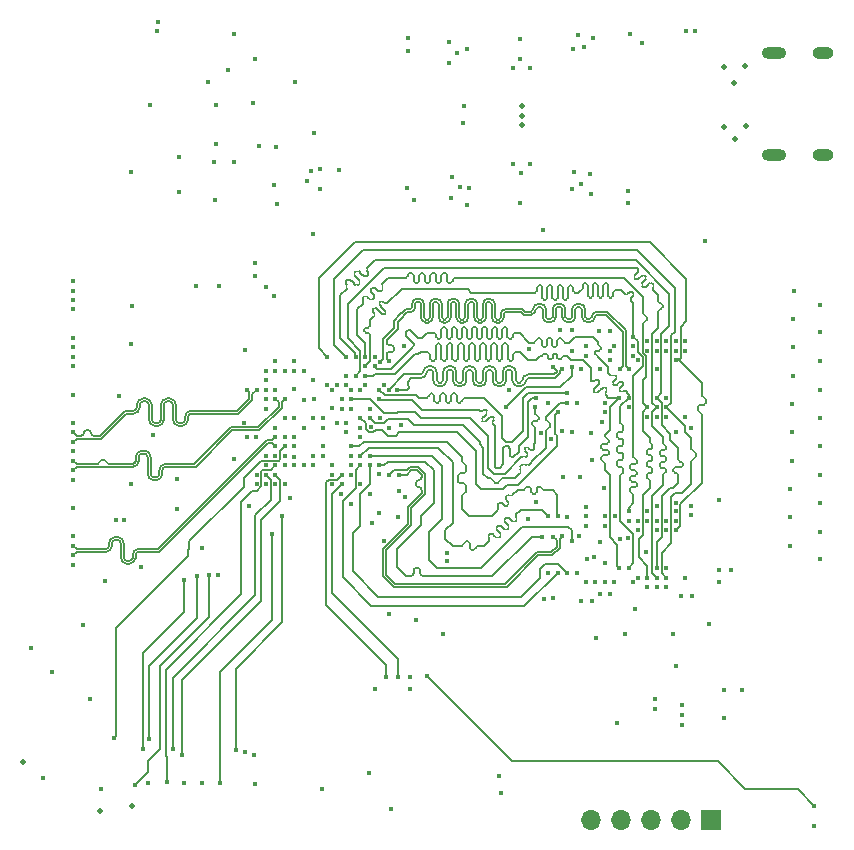
<source format=gbr>
%TF.GenerationSoftware,KiCad,Pcbnew,8.0.6*%
%TF.CreationDate,2025-01-06T00:07:22+08:00*%
%TF.ProjectId,ECP5_DEV_BOARD,45435035-5f44-4455-965f-424f4152442e,rev?*%
%TF.SameCoordinates,Original*%
%TF.FileFunction,Copper,L3,Inr*%
%TF.FilePolarity,Positive*%
%FSLAX46Y46*%
G04 Gerber Fmt 4.6, Leading zero omitted, Abs format (unit mm)*
G04 Created by KiCad (PCBNEW 8.0.6) date 2025-01-06 00:07:22*
%MOMM*%
%LPD*%
G01*
G04 APERTURE LIST*
%TA.AperFunction,ComponentPad*%
%ADD10O,2.100000X1.000000*%
%TD*%
%TA.AperFunction,ComponentPad*%
%ADD11O,1.800000X1.000000*%
%TD*%
%TA.AperFunction,ComponentPad*%
%ADD12R,1.700000X1.700000*%
%TD*%
%TA.AperFunction,ComponentPad*%
%ADD13O,1.700000X1.700000*%
%TD*%
%TA.AperFunction,ViaPad*%
%ADD14C,0.450000*%
%TD*%
%TA.AperFunction,ViaPad*%
%ADD15C,0.500000*%
%TD*%
%TA.AperFunction,Conductor*%
%ADD16C,0.127000*%
%TD*%
%TA.AperFunction,Conductor*%
%ADD17C,0.156000*%
%TD*%
G04 APERTURE END LIST*
D10*
%TO.N,GND*%
%TO.C,J1*%
X155475000Y-79820000D03*
D11*
X159675000Y-79820000D03*
D10*
X155475000Y-71180000D03*
D11*
X159675000Y-71180000D03*
%TD*%
D12*
%TO.N,TMS*%
%TO.C,J4*%
X150220000Y-136100000D03*
D13*
%TO.N,TCK*%
X147680000Y-136100000D03*
%TO.N,TDO*%
X145140000Y-136100000D03*
%TO.N,TDI*%
X142600000Y-136100000D03*
%TO.N,GND*%
X140060000Y-136100000D03*
%TD*%
D14*
%TO.N,GND*%
X143750000Y-118260000D03*
%TO.N,DDR_#RST*%
X149700000Y-87100000D03*
X135950000Y-86200000D03*
X121700000Y-96900000D03*
X148500000Y-102900000D03*
X148000000Y-115600000D03*
X150000000Y-119500000D03*
%TO.N,DDR_A6*%
X118500000Y-99300000D03*
X147200000Y-110800000D03*
X147200000Y-96400000D03*
%TO.N,DDR1_D1*%
X141200000Y-100800000D03*
X120500000Y-103700000D03*
%TO.N,VREF_MEM*%
X141600000Y-117000000D03*
X144800000Y-96400000D03*
X144800000Y-110800000D03*
X140100000Y-105650000D03*
%TO.N,GND*%
X109300000Y-72650000D03*
X147255000Y-123100000D03*
X122500000Y-99300000D03*
X98500000Y-133500000D03*
X143150000Y-83900000D03*
X140700000Y-94700000D03*
X147700000Y-126350000D03*
X105000000Y-109800000D03*
X137420000Y-94600000D03*
X118500000Y-102500000D03*
X117300000Y-102950000D03*
X96200000Y-92900000D03*
X158935000Y-136650000D03*
X157000000Y-103300000D03*
X109825000Y-69600000D03*
X143150000Y-82850000D03*
X136600000Y-103900000D03*
X105100000Y-82950000D03*
X116600000Y-78000000D03*
X118050000Y-101250000D03*
X117300000Y-104420000D03*
X96200000Y-100100000D03*
X156900000Y-108100000D03*
X142000000Y-116000000D03*
X118100000Y-99750000D03*
X157000000Y-100900000D03*
X117270000Y-133500000D03*
X138000001Y-110452000D03*
X112500000Y-99700000D03*
X100100000Y-100200000D03*
X96200000Y-97700000D03*
X142250000Y-127885000D03*
X111100000Y-109500000D03*
X96200000Y-114500000D03*
X146400000Y-116400000D03*
X119700000Y-109400000D03*
X101075000Y-81300000D03*
X139600000Y-109600000D03*
X135400000Y-109200000D03*
X101200000Y-92600000D03*
X147188500Y-109300000D03*
X134050000Y-70000000D03*
X105100000Y-80000000D03*
X108250000Y-75550000D03*
X124450000Y-82650000D03*
X144800000Y-116400000D03*
X151300000Y-127450000D03*
X123900000Y-102700000D03*
X101900000Y-114700000D03*
X113200000Y-82400000D03*
X143350000Y-69600000D03*
X102900000Y-103550000D03*
X157000000Y-105700000D03*
X122109602Y-106807202D03*
X142011500Y-110420002D03*
X142000000Y-96000000D03*
X140950000Y-102400000D03*
X124690000Y-125010000D03*
X147700000Y-128100000D03*
X148580000Y-117200000D03*
X156900000Y-112900000D03*
X96200000Y-102500000D03*
X144700000Y-113409999D03*
X146400000Y-95600000D03*
X102650000Y-75600000D03*
X111700000Y-106900000D03*
X114900000Y-104420000D03*
X146400000Y-102000000D03*
X96200000Y-90500000D03*
X144350000Y-70350000D03*
X109794585Y-105594585D03*
X98900000Y-115900000D03*
X108500000Y-90900000D03*
X96200000Y-107300000D03*
X93662500Y-132600000D03*
X109825000Y-80400000D03*
X140800000Y-117000000D03*
X124550000Y-69900000D03*
X136400000Y-100800000D03*
X124200000Y-96000000D03*
X96200000Y-112100000D03*
X110675597Y-102491721D03*
X148500000Y-109500000D03*
X138400000Y-96400000D03*
X138400000Y-103300000D03*
X97000000Y-119600000D03*
D15*
X134150000Y-77300000D03*
D14*
X147700000Y-127250000D03*
X134050000Y-83900000D03*
X144800000Y-110000000D03*
X139200000Y-117600000D03*
X101050000Y-107700000D03*
X157100000Y-96100000D03*
X156900000Y-110500000D03*
X144800000Y-102000000D03*
X144800000Y-95600000D03*
X114500000Y-108900000D03*
X116580000Y-100500000D03*
X136400000Y-115200000D03*
X157100000Y-98500000D03*
X96200000Y-109700000D03*
X125000000Y-83600000D03*
X127500000Y-120400000D03*
X124500000Y-71050000D03*
X101100000Y-95800000D03*
X157100000Y-93700000D03*
X139050000Y-107100000D03*
X113300000Y-102900000D03*
X104950000Y-107250000D03*
X96200000Y-95300000D03*
X129212500Y-77150000D03*
X148000000Y-95600000D03*
D15*
X134168750Y-76481250D03*
D14*
X110700000Y-96300000D03*
X157200000Y-91300000D03*
X136800000Y-117300000D03*
X148000000Y-102000000D03*
X96150000Y-104900000D03*
X124300000Y-108800000D03*
X94357500Y-123612500D03*
D15*
X134150000Y-75650000D03*
D14*
%TO.N,+1V5*%
X136000000Y-117400000D03*
X140000000Y-83100000D03*
X135800000Y-103400000D03*
X119300000Y-102500000D03*
X141200000Y-116000000D03*
X139200000Y-82250000D03*
X138400000Y-94600000D03*
X145600000Y-95600000D03*
X138600000Y-81250000D03*
X140800000Y-112600000D03*
X145600000Y-102000000D03*
X147200000Y-103300000D03*
X147200000Y-95600000D03*
X143600000Y-96000000D03*
X143200000Y-110800000D03*
X138375000Y-82700000D03*
X147200000Y-110000000D03*
X143200000Y-101200000D03*
X140450000Y-120700000D03*
X137620000Y-107100000D03*
X141100000Y-108050000D03*
X140000000Y-103400000D03*
X143600000Y-116000000D03*
X137600000Y-103200000D03*
X134700000Y-110600000D03*
X145600000Y-116400000D03*
X145600000Y-109500000D03*
X145400000Y-126750000D03*
X134800000Y-96230000D03*
X122900000Y-118650000D03*
X140080000Y-117600000D03*
X118900000Y-100500000D03*
X139950000Y-81425000D03*
X141200000Y-101600000D03*
X140800000Y-97900000D03*
X147620000Y-117200000D03*
X141660000Y-94700000D03*
X119300000Y-103300000D03*
%TO.N,DDR_A1*%
X146400000Y-111600000D03*
%TO.N,DDR_CKE*%
X143200000Y-110000000D03*
X120900000Y-97700000D03*
X150890000Y-109000000D03*
X143600000Y-95200000D03*
%TO.N,DDR1_D3*%
X119695944Y-101304056D03*
X141600000Y-96400000D03*
%TO.N,VREF_FPGA*%
X123800000Y-108300000D03*
X125213440Y-119196778D03*
X121300000Y-101300000D03*
%TO.N,DDR1_D4*%
X121368268Y-102836586D03*
X141600000Y-97200000D03*
%TO.N,DDR1_D6*%
X139636917Y-96821640D03*
X133100000Y-99700000D03*
%TO.N,Net-(U1-ZQ)*%
X143600000Y-96800000D03*
%TO.N,DDR0_D1*%
X120500000Y-106100000D03*
X137200000Y-115200000D03*
%TO.N,DDR_#CS*%
X144000000Y-115600000D03*
%TO.N,Net-(U2-ZQ)*%
X144000000Y-110800000D03*
%TO.N,DDR_BA1*%
X145600000Y-96400000D03*
X119700000Y-99700000D03*
X145600000Y-110800000D03*
X150890000Y-115000000D03*
%TO.N,DDR_A4*%
X146400000Y-110800000D03*
X119300000Y-98500000D03*
X146400000Y-96400000D03*
%TO.N,DDR_A10*%
X120900000Y-99300000D03*
X144000000Y-97200000D03*
X144000000Y-111600000D03*
%TO.N,DDR_BA0*%
X144800000Y-101200000D03*
X120900000Y-96900000D03*
X144800000Y-115600000D03*
%TO.N,DDR_A11*%
X147200000Y-111600000D03*
X147200000Y-97200000D03*
X117700000Y-96900000D03*
%TO.N,DDR_#CAS*%
X143200000Y-100400000D03*
X143200000Y-114787366D03*
X121700000Y-97700000D03*
%TO.N,DDR_#RAS*%
X120900000Y-98500000D03*
X142400000Y-100400000D03*
X142400000Y-114800000D03*
%TO.N,DDR_A8*%
X117700000Y-99300000D03*
X148500000Y-110300000D03*
X148000000Y-96400000D03*
%TO.N,DDR_A2*%
X146400000Y-100400000D03*
X146400000Y-114800000D03*
X119300000Y-99300000D03*
%TO.N,DDR0_D4*%
X136400000Y-110400000D03*
X120500000Y-105300000D03*
%TO.N,DDR1_D5*%
X122150000Y-102050000D03*
X139600000Y-96000000D03*
%TO.N,DDR0_D5*%
X121300000Y-105300000D03*
X138420000Y-112480000D03*
%TO.N,DDR1_DM*%
X139200000Y-97900000D03*
X122900000Y-102900000D03*
%TO.N,DDR_A5*%
X146400000Y-115600000D03*
X146400000Y-101200000D03*
X119300000Y-96900000D03*
%TO.N,DDR_A12*%
X145600000Y-111600000D03*
X150890000Y-116000000D03*
X120500000Y-99700000D03*
X145600000Y-97900000D03*
%TO.N,DDR1_D2*%
X138800000Y-100800000D03*
X120500000Y-102900000D03*
%TO.N,DDR0_D0*%
X138000000Y-115200000D03*
X121300000Y-106100000D03*
%TO.N,DDR_A3*%
X145600000Y-115600000D03*
X145600000Y-101200000D03*
X120100000Y-98500000D03*
%TO.N,DDR_A0*%
X145600000Y-114800000D03*
X120100000Y-96900000D03*
X145600000Y-100400000D03*
%TO.N,DDR0_D3*%
X122100000Y-106100000D03*
X135840000Y-112160000D03*
%TO.N,DDR0_D6*%
X137200000Y-110400000D03*
X119700000Y-104500000D03*
%TO.N,DDR3_D1*%
X119700000Y-106100000D03*
X139600000Y-110400000D03*
%TO.N,+2V5*%
X116500000Y-105300000D03*
X115700000Y-102900000D03*
X129487500Y-70875000D03*
X118900000Y-101300000D03*
X128012500Y-72050000D03*
X128012500Y-70275000D03*
X114900000Y-99650000D03*
X128650000Y-71200000D03*
%TO.N,DDR3_D3*%
X138800000Y-115200000D03*
X122070000Y-110100000D03*
%TO.N,DDR3_D2*%
X140400000Y-116000000D03*
X121500000Y-111000000D03*
%TO.N,DDR2_D4*%
X135300000Y-101200000D03*
X119700000Y-100500000D03*
%TO.N,+1V1*%
X129687500Y-82600000D03*
X128212500Y-81675000D03*
X117340000Y-102070000D03*
X128162500Y-83500000D03*
X117300000Y-105300000D03*
X129500000Y-84050000D03*
X128900000Y-82550000D03*
X116500000Y-102100000D03*
%TO.N,DDR3_D4*%
X139600000Y-111200000D03*
X120500000Y-107700000D03*
%TO.N,DDR3_D7*%
X141200000Y-111200000D03*
X121300000Y-108500000D03*
%TO.N,+3V3*%
X152810000Y-125150000D03*
X151300000Y-125150000D03*
X97600000Y-125900000D03*
X140162500Y-69875000D03*
X139450000Y-70700000D03*
X114900000Y-105380000D03*
X114900000Y-103700000D03*
X115700000Y-100550000D03*
X138537500Y-70875000D03*
X132200000Y-132430000D03*
X121197500Y-132150000D03*
X121710000Y-125000000D03*
X113300000Y-99700000D03*
X92592500Y-121600000D03*
X138950000Y-69700000D03*
X106600000Y-90900000D03*
%TO.N,DDR2_D1*%
X132800000Y-101200000D03*
X138400000Y-97800000D03*
%TO.N,DDR3_D6*%
X141200000Y-114335973D03*
X123700000Y-110500000D03*
%TO.N,DDR3_D5*%
X139600000Y-116000000D03*
X122495486Y-112495486D03*
%TO.N,DDR2_D5*%
X122100000Y-100500000D03*
X135355094Y-100421640D03*
%TO.N,DDR3_DM*%
X139000000Y-112100000D03*
X119700000Y-106900000D03*
%TO.N,DDR2_D2*%
X138019597Y-100800001D03*
X121300000Y-102100000D03*
%TO.N,DDR2_DM*%
X122100000Y-99700000D03*
X138000000Y-100000000D03*
%TO.N,DDR2_D3*%
X120500000Y-102100000D03*
X137200000Y-101600000D03*
%TO.N,DDR3_D0*%
X119700000Y-105300000D03*
X141200001Y-110400001D03*
%TO.N,DDR_CKP*%
X122930000Y-97300000D03*
X142500000Y-97900000D03*
X142467527Y-112300000D03*
%TO.N,DDR_CKN*%
X122192798Y-97309602D03*
X143200000Y-97900000D03*
X143120000Y-112280000D03*
%TO.N,DDR0_DQSN*%
X136810000Y-112150000D03*
X122900000Y-106900000D03*
%TO.N,DDR0_DQSP*%
X137580000Y-112110000D03*
X123800000Y-106900000D03*
%TO.N,DDR3_DQSN*%
X140300000Y-113900000D03*
X127800000Y-113500000D03*
%TO.N,DDR3_DQSP*%
X127800000Y-114200000D03*
X139700000Y-114000000D03*
%TO.N,DDR2_DQSP*%
X123607202Y-99690398D03*
X137600000Y-97900000D03*
%TO.N,DDR2_DQSN*%
X136800000Y-97800000D03*
X122899760Y-99716081D03*
%TO.N,VTT*%
X146950000Y-120410000D03*
X151910000Y-115000000D03*
X142900000Y-120410000D03*
%TO.N,VCC*%
X159400000Y-109300000D03*
X159400000Y-106900000D03*
X159400000Y-114000000D03*
X159400000Y-102100000D03*
X111900000Y-79050000D03*
X159400000Y-94800000D03*
D15*
X151300000Y-72350000D03*
X151250000Y-77450000D03*
D14*
X134050000Y-71700000D03*
X133387500Y-80600000D03*
X159400000Y-92500000D03*
X159400000Y-99700000D03*
X129281250Y-75668750D03*
D15*
X152200000Y-78500000D03*
D14*
X159400000Y-111700000D03*
D15*
X152150000Y-73750000D03*
D14*
X133387500Y-72450000D03*
X159400000Y-104500000D03*
D15*
X153050000Y-72300000D03*
D14*
X134887500Y-72450000D03*
X159400000Y-97300000D03*
D15*
X101200000Y-134900000D03*
D14*
X134100000Y-81350000D03*
D15*
X153150000Y-77400000D03*
D14*
X134887500Y-80550000D03*
%TO.N,DONE*%
X118100000Y-107700000D03*
X126100000Y-123950000D03*
X158935000Y-134900000D03*
%TO.N,CFG_0*%
X118100000Y-106900000D03*
X124700000Y-124000000D03*
%TO.N,CFG_1*%
X122700000Y-124000000D03*
X118900000Y-106900000D03*
%TO.N,CFG_2*%
X118900000Y-107700000D03*
X123700000Y-124000000D03*
%TO.N,SD_IO2*%
X123100000Y-135200000D03*
X115700000Y-106100000D03*
%TO.N,SD_IO3*%
X132400000Y-133800000D03*
X116500000Y-106100000D03*
%TO.N,Net-(U9-REFIN)*%
X145450000Y-125850000D03*
%TO.N,Net-(U11-VCCCORE)*%
X113350000Y-79150000D03*
%TO.N,+3V3_FT232*%
X111562500Y-71687500D03*
X114950000Y-73650000D03*
X108150000Y-83650000D03*
X113400000Y-84000000D03*
X108250000Y-78900000D03*
X118725000Y-81050000D03*
%TO.N,Net-(U11-REF)*%
X108100000Y-80450000D03*
%TO.N,EEDAT*%
X107625000Y-73650000D03*
X111400000Y-75400000D03*
%TO.N,FT232_DP*%
X148795563Y-69326619D03*
X103350000Y-68600000D03*
%TO.N,Net-(U11-ACBUS4)*%
X117100000Y-82700000D03*
%TO.N,Net-(U11-ACBUS7)*%
X117100000Y-81000000D03*
%TO.N,FT232_CLKOUT*%
X115700000Y-98100000D03*
X116000000Y-82000000D03*
%TO.N,FT232_D4*%
X113300000Y-98100000D03*
X111600000Y-89000000D03*
%TO.N,FT232_D5*%
X111600000Y-90100000D03*
X113300000Y-97300000D03*
%TO.N,FT232_D7*%
X114900000Y-97300000D03*
X113200000Y-91800000D03*
%TO.N,FT232_D6*%
X114100000Y-98100000D03*
X112500000Y-91000000D03*
%TO.N,FT232_#WR*%
X116500000Y-86500000D03*
X116500000Y-98900000D03*
%TO.N,FT232_#OE*%
X114900000Y-98100000D03*
X116300000Y-81200000D03*
%TO.N,LVDS_CLKP*%
X110900000Y-103700000D03*
%TO.N,LVDS_CLKN*%
X111675370Y-103711076D03*
%TO.N,LVDS_D7N*%
X100500000Y-110700000D03*
%TO.N,LVDS_D8N*%
X96200000Y-113700000D03*
X113300000Y-104500000D03*
%TO.N,LVDS_D8P*%
X96200000Y-112900000D03*
X113300000Y-103700000D03*
%TO.N,LVDS_D0N*%
X96200000Y-92100000D03*
%TO.N,LVDS_D2N*%
X96200000Y-96900000D03*
%TO.N,LVDS_D1P*%
X112500000Y-98100000D03*
%TO.N,LVDS_D7P*%
X99800000Y-110700000D03*
%TO.N,LVDS_D1N*%
X112500000Y-98900000D03*
%TO.N,LVDS_D0P*%
X96200000Y-91300000D03*
%TO.N,LVDS_D4N*%
X111700000Y-99700000D03*
X96200000Y-104100000D03*
%TO.N,LVDS_D6P*%
X114900000Y-102100000D03*
%TO.N,LVDS_D3N*%
X112500000Y-101300000D03*
%TO.N,LVDS_D3P*%
X112500000Y-100500000D03*
%TO.N,LVDS_D2P*%
X96200000Y-96100000D03*
%TO.N,LVDS_D5N*%
X96200000Y-106500000D03*
X114100000Y-100500000D03*
%TO.N,LVDS_D5P*%
X113300000Y-100500000D03*
X96200000Y-105700000D03*
%TO.N,LVDS_D6N*%
X114100000Y-102100000D03*
%TO.N,LVDS_D4P*%
X96200000Y-103300000D03*
X110900000Y-99700000D03*
%TO.N,LCD_R3*%
X99600000Y-129200000D03*
X114100000Y-104500000D03*
%TO.N,LCD_G1*%
X106700000Y-115500000D03*
X102600000Y-129300000D03*
X112500000Y-106100000D03*
%TO.N,LCD_G7*%
X105600000Y-133000000D03*
X112500000Y-107700000D03*
%TO.N,LCD_R2*%
X114100000Y-103700000D03*
X107100000Y-113100000D03*
%TO.N,LCD_G0*%
X112500000Y-105300000D03*
X102100000Y-130100000D03*
X105600000Y-115800000D03*
%TO.N,LCD_B2*%
X113300000Y-107700000D03*
X107100000Y-133000000D03*
%TO.N,LCD_G5*%
X104600000Y-130100000D03*
X112500000Y-106900000D03*
%TO.N,LCD_R4*%
X108400000Y-115400000D03*
X113300000Y-105300000D03*
%TO.N,LCD_R7*%
X102500000Y-133000000D03*
X111700000Y-107700000D03*
%TO.N,LCD_B5*%
X113000000Y-111900000D03*
X108600000Y-133000000D03*
%TO.N,LCD_R5*%
X101400000Y-133200000D03*
X114100000Y-105300000D03*
X107650000Y-115350000D03*
%TO.N,LCD_DISP*%
X111500000Y-130600000D03*
X114100000Y-107700000D03*
D15*
%TO.N,LCD_BACKLIGHT_PWR*%
X98455000Y-135365000D03*
D14*
%TO.N,LCD_HSYNC*%
X111600000Y-133100000D03*
X114900000Y-106100000D03*
%TO.N,LCD_B7*%
X110000000Y-130200000D03*
X113900000Y-110400000D03*
%TO.N,LCD_G4*%
X113300000Y-106100000D03*
X104100000Y-132900000D03*
%TO.N,LCD_DCLK*%
X114100000Y-106100000D03*
X110700000Y-130400000D03*
%TO.N,LCD_G6*%
X113300000Y-106900000D03*
X105400000Y-130600000D03*
%TO.N,TDI*%
X118888500Y-108500000D03*
%TO.N,TDO*%
X118100000Y-106100000D03*
%TO.N,FT232_DN*%
X103300000Y-69350000D03*
X148100000Y-69350000D03*
D15*
%TO.N,LCD_BACKLIGHT_GND*%
X91955000Y-131190000D03*
%TD*%
D16*
%TO.N,DDR_A0*%
X147400000Y-104600000D02*
X147400000Y-105600000D01*
X146750000Y-103473000D02*
X146750000Y-103950000D01*
X146000000Y-102723000D02*
X146750000Y-103473000D01*
X146000000Y-100800000D02*
X146000000Y-102723000D01*
X146750000Y-103950000D02*
X147400000Y-104600000D01*
X145600000Y-100400000D02*
X146000000Y-100800000D01*
%TO.N,DDR_CKE*%
X142074000Y-91280000D02*
X142520000Y-91280000D01*
X143460000Y-107469063D02*
X143740000Y-107469063D01*
X143460000Y-106489063D02*
X143740000Y-106489063D01*
X140182000Y-91728000D02*
X140182000Y-90832000D01*
X122603529Y-93223578D02*
X122545548Y-93281560D01*
X129870000Y-91470000D02*
X135297671Y-91470000D01*
X141644000Y-91900000D02*
X141730000Y-91900000D01*
X136501671Y-90850000D02*
X136587671Y-90850000D01*
X144400000Y-96900000D02*
X144400000Y-97700000D01*
X141042000Y-91728000D02*
X141042000Y-90832000D01*
X121300000Y-95137698D02*
X121300000Y-97300000D01*
X141472000Y-90832000D02*
X141472000Y-91728000D01*
X143406710Y-92166710D02*
X143600000Y-92360000D01*
X143320000Y-107119063D02*
X143320000Y-107329063D01*
X139752000Y-90832000D02*
X139752000Y-91728000D01*
X137619671Y-91022000D02*
X137619671Y-91918000D01*
X140354000Y-90660000D02*
X140440000Y-90660000D01*
X144400000Y-97700000D02*
X143600000Y-98500000D01*
X136071671Y-92090000D02*
X136157671Y-92090000D01*
X122771822Y-92348178D02*
X123900000Y-91220000D01*
X143600000Y-108589063D02*
X143600000Y-109300000D01*
X138479671Y-91022000D02*
X138479671Y-91298000D01*
X138221671Y-90850000D02*
X138307671Y-90850000D01*
X141214000Y-90660000D02*
X141300000Y-90660000D01*
X143460000Y-106979063D02*
X143740000Y-106979063D01*
X136329671Y-91918000D02*
X136329671Y-91022000D01*
X122128353Y-92516468D02*
X122365940Y-92754055D01*
X137189671Y-91918000D02*
X137189671Y-91022000D01*
X143600000Y-92360000D02*
X143600000Y-95200000D01*
X123900000Y-91220000D02*
X123900000Y-91200000D01*
X122186336Y-92226555D02*
X122128353Y-92284537D01*
X121838439Y-92806385D02*
X122076027Y-93043973D01*
X143600000Y-95200000D02*
X143988500Y-95588500D01*
X136931671Y-92090000D02*
X137017671Y-92090000D01*
X143460000Y-107959063D02*
X143740000Y-107959063D01*
X143460000Y-105999063D02*
X143740000Y-105999063D01*
X140784000Y-91900000D02*
X140870000Y-91900000D01*
X143880000Y-107609063D02*
X143880000Y-107819063D01*
X121300000Y-95018000D02*
X121300000Y-95100000D01*
X121606508Y-92806385D02*
X121548525Y-92864367D01*
X138651671Y-91470000D02*
X138960000Y-91470000D01*
X120964000Y-94854000D02*
X121136000Y-94854000D01*
X135641671Y-90850000D02*
X135727671Y-90850000D01*
X143988500Y-96488500D02*
X144400000Y-96900000D01*
X143200000Y-109700000D02*
X143200000Y-110000000D01*
X143541061Y-91424249D02*
X143601872Y-91485060D01*
X121300000Y-97300000D02*
X120900000Y-97700000D01*
X143320000Y-108099063D02*
X143320000Y-108309063D01*
X143880000Y-106629063D02*
X143880000Y-106839063D01*
X121548525Y-93096298D02*
X121670147Y-93217920D01*
X139924000Y-91900000D02*
X140010000Y-91900000D01*
X143102655Y-91619411D02*
X143297817Y-91424250D01*
X136759671Y-91022000D02*
X136759671Y-91918000D01*
X122539890Y-92348178D02*
X122418267Y-92226555D01*
X142520000Y-91280000D02*
X142859411Y-91619411D01*
X129600000Y-91200000D02*
X129870000Y-91470000D01*
X140612000Y-90832000D02*
X140612000Y-91728000D01*
X135469671Y-91298000D02*
X135469671Y-91022000D01*
X143600000Y-109300000D02*
X143200000Y-109700000D01*
X120800000Y-94608000D02*
X120800000Y-94690000D01*
X122365942Y-92754058D02*
X122603530Y-92991646D01*
X135899671Y-91022000D02*
X135899671Y-91918000D01*
X137791671Y-92090000D02*
X137877671Y-92090000D01*
X139494000Y-90660000D02*
X139580000Y-90660000D01*
X138049671Y-91918000D02*
X138049671Y-91022000D01*
X143320000Y-106139063D02*
X143320000Y-106349063D01*
X139322000Y-91108000D02*
X139322000Y-90832000D01*
X141902000Y-91728000D02*
X141902000Y-91452000D01*
X121300000Y-93820000D02*
X121670147Y-93449851D01*
X138960000Y-91470000D02*
X139150000Y-91280000D01*
X122365940Y-92754055D02*
X122365942Y-92754058D01*
X143601872Y-91728304D02*
X143406711Y-91923466D01*
X143600000Y-98500000D02*
X143600000Y-105369063D01*
X137361671Y-90850000D02*
X137447671Y-90850000D01*
X143880000Y-105649063D02*
X143880000Y-105859063D01*
X122076029Y-93043974D02*
X122076027Y-93043973D01*
X121300000Y-93820000D02*
X121300000Y-94280000D01*
X121136000Y-94444000D02*
X120964000Y-94444000D01*
X121300000Y-95100000D02*
X121300000Y-95137698D01*
X123900000Y-91200000D02*
X129600000Y-91200000D01*
X122313616Y-93281561D02*
X122076029Y-93043974D01*
X143988500Y-95588500D02*
X143988500Y-96488500D01*
X136157671Y-92090000D02*
G75*
G03*
X136329700Y-91918000I29J172000D01*
G01*
X143460000Y-105999063D02*
G75*
G03*
X143319963Y-106139063I0J-140037D01*
G01*
X121548525Y-92864367D02*
G75*
G03*
X121548557Y-93096265I115975J-115933D01*
G01*
X142859411Y-91619411D02*
G75*
G03*
X143102655Y-91619411I121622J121620D01*
G01*
X120964000Y-94444000D02*
G75*
G03*
X120800000Y-94608000I0J-164000D01*
G01*
X143320000Y-107329063D02*
G75*
G03*
X143460000Y-107469100I140000J-37D01*
G01*
X143320000Y-106349063D02*
G75*
G03*
X143460000Y-106489100I140000J-37D01*
G01*
X137017671Y-92090000D02*
G75*
G03*
X137189700Y-91918000I29J172000D01*
G01*
X137877671Y-92090000D02*
G75*
G03*
X138049700Y-91918000I29J172000D01*
G01*
X143880000Y-106839063D02*
G75*
G02*
X143740000Y-106979100I-140000J-37D01*
G01*
X143601872Y-91485060D02*
G75*
G02*
X143601890Y-91728322I-121572J-121640D01*
G01*
X135727671Y-90850000D02*
G75*
G02*
X135899700Y-91022000I29J-172000D01*
G01*
X141730000Y-91900000D02*
G75*
G03*
X141902000Y-91728000I0J172000D01*
G01*
X143460000Y-108449063D02*
G75*
G02*
X143600037Y-108589063I0J-140037D01*
G01*
X138307671Y-90850000D02*
G75*
G02*
X138479700Y-91022000I29J-172000D01*
G01*
X121300000Y-94280000D02*
G75*
G02*
X121136000Y-94444000I-164000J0D01*
G01*
X143460000Y-107959063D02*
G75*
G03*
X143319963Y-108099063I0J-140037D01*
G01*
X135297671Y-91470000D02*
G75*
G03*
X135469700Y-91298000I29J172000D01*
G01*
X143740000Y-105509063D02*
G75*
G02*
X143880037Y-105649063I0J-140037D01*
G01*
X143460000Y-106979063D02*
G75*
G03*
X143319963Y-107119063I0J-140037D01*
G01*
X141902000Y-91452000D02*
G75*
G02*
X142074000Y-91280000I172000J0D01*
G01*
X143297817Y-91424250D02*
G75*
G02*
X143541022Y-91424288I121583J-121650D01*
G01*
X122418267Y-92226555D02*
G75*
G03*
X122186337Y-92226555I-115965J-115964D01*
G01*
X122603530Y-92991646D02*
G75*
G02*
X122603518Y-93223566I-115930J-115954D01*
G01*
X140010000Y-91900000D02*
G75*
G03*
X140182000Y-91728000I0J172000D01*
G01*
X143740000Y-107469063D02*
G75*
G02*
X143880037Y-107609063I0J-140037D01*
G01*
X140440000Y-90660000D02*
G75*
G02*
X140612000Y-90832000I0J-172000D01*
G01*
X140870000Y-91900000D02*
G75*
G03*
X141042000Y-91728000I0J172000D01*
G01*
X121838439Y-92806385D02*
G75*
G03*
X121606509Y-92806385I-115965J-115964D01*
G01*
X143406711Y-91923466D02*
G75*
G03*
X143406698Y-92166722I121589J-121634D01*
G01*
X138049671Y-91022000D02*
G75*
G02*
X138221671Y-90849971I172029J0D01*
G01*
X143880000Y-105859063D02*
G75*
G02*
X143740000Y-105999100I-140000J-37D01*
G01*
X136759671Y-91918000D02*
G75*
G03*
X136931671Y-92090029I172029J0D01*
G01*
X143320000Y-108309063D02*
G75*
G03*
X143460000Y-108449100I140000J-37D01*
G01*
X143600000Y-105369063D02*
G75*
G03*
X143740000Y-105509100I140000J-37D01*
G01*
X141300000Y-90660000D02*
G75*
G02*
X141472000Y-90832000I0J-172000D01*
G01*
X137619671Y-91918000D02*
G75*
G03*
X137791671Y-92090029I172029J0D01*
G01*
X135469671Y-91022000D02*
G75*
G02*
X135641671Y-90849971I172029J0D01*
G01*
X137447671Y-90850000D02*
G75*
G02*
X137619700Y-91022000I29J-172000D01*
G01*
X140612000Y-91728000D02*
G75*
G03*
X140784000Y-91900000I172000J0D01*
G01*
X138479671Y-91298000D02*
G75*
G03*
X138651671Y-91470029I172029J0D01*
G01*
X121136000Y-94854000D02*
G75*
G02*
X121300000Y-95018000I0J-164000D01*
G01*
X122128353Y-92284537D02*
G75*
G03*
X122128355Y-92516465I115947J-115963D01*
G01*
X141472000Y-91728000D02*
G75*
G03*
X141644000Y-91900000I172000J0D01*
G01*
X139580000Y-90660000D02*
G75*
G02*
X139752000Y-90832000I0J-172000D01*
G01*
X136587671Y-90850000D02*
G75*
G02*
X136759700Y-91022000I29J-172000D01*
G01*
X143880000Y-107819063D02*
G75*
G02*
X143740000Y-107959100I-140000J-37D01*
G01*
X136329671Y-91022000D02*
G75*
G02*
X136501671Y-90849971I172029J0D01*
G01*
X139150000Y-91280000D02*
G75*
G03*
X139322000Y-91108000I0J172000D01*
G01*
X121670147Y-93217920D02*
G75*
G02*
X121670162Y-93449866I-115947J-115980D01*
G01*
X120800000Y-94690000D02*
G75*
G03*
X120964000Y-94854000I164000J0D01*
G01*
X141042000Y-90832000D02*
G75*
G02*
X141214000Y-90660000I172000J0D01*
G01*
X122545548Y-93281560D02*
G75*
G02*
X122313635Y-93281543I-115948J115960D01*
G01*
X143740000Y-106489063D02*
G75*
G02*
X143880037Y-106629063I0J-140037D01*
G01*
X137189671Y-91022000D02*
G75*
G02*
X137361671Y-90849971I172029J0D01*
G01*
X122771822Y-92348178D02*
G75*
G02*
X122539890Y-92348178I-115966J115965D01*
G01*
X135899671Y-91918000D02*
G75*
G03*
X136071671Y-92090029I172029J0D01*
G01*
X140182000Y-90832000D02*
G75*
G02*
X140354000Y-90660000I172000J0D01*
G01*
X139752000Y-91728000D02*
G75*
G03*
X139924000Y-91900000I172000J0D01*
G01*
X139322000Y-90832000D02*
G75*
G02*
X139494000Y-90660000I172000J0D01*
G01*
D17*
%TO.N,DDR0_D1*%
X118990000Y-115580000D02*
X121430000Y-118020000D01*
X120097000Y-107303000D02*
X120097000Y-108043000D01*
X120130000Y-106470000D02*
X120130000Y-107270000D01*
X118990000Y-109150000D02*
X118990000Y-115580000D01*
X120500000Y-106100000D02*
X120130000Y-106470000D01*
X121430000Y-118020000D02*
X134380000Y-118020000D01*
X134380000Y-118020000D02*
X137200000Y-115200000D01*
X120097000Y-108043000D02*
X118990000Y-109150000D01*
X120130000Y-107270000D02*
X120097000Y-107303000D01*
D16*
%TO.N,DDR_BA0*%
X145000000Y-103800000D02*
X145000000Y-104137294D01*
X126418136Y-90492000D02*
X126418136Y-89968000D01*
X144800000Y-101200000D02*
X144410000Y-101590000D01*
X124538136Y-90042000D02*
X124538136Y-89968000D01*
X125948136Y-89968000D02*
X125948136Y-90492000D01*
X144780000Y-106857294D02*
X144780000Y-107137294D01*
X144411500Y-91841500D02*
X144411500Y-93230750D01*
X144890000Y-106247294D02*
X145110000Y-106247294D01*
X144890000Y-105747294D02*
X145110000Y-105747294D01*
X120900000Y-95710000D02*
X120900000Y-96900000D01*
X125478136Y-90492000D02*
X125478136Y-89968000D01*
X144410000Y-112000000D02*
X144400000Y-112000000D01*
X121658084Y-91936892D02*
X121552017Y-92042960D01*
X144388500Y-98911500D02*
X144388500Y-100788500D01*
X125008136Y-89968000D02*
X125008136Y-90492000D01*
X121887894Y-91212106D02*
X121764150Y-91088362D01*
X122011639Y-91335851D02*
X121887896Y-91212108D01*
X127828136Y-89968000D02*
X127828136Y-90492000D01*
X144400000Y-112000000D02*
X144100000Y-112300000D01*
X120230000Y-92870000D02*
X120230000Y-95040000D01*
X120230000Y-95040000D02*
X120900000Y-95710000D01*
X144741500Y-93560750D02*
X144741500Y-93780750D01*
X127076136Y-90680000D02*
X127170136Y-90680000D01*
X127358136Y-90492000D02*
X127358136Y-89968000D01*
X144410000Y-108600000D02*
X145000000Y-108010000D01*
X144100000Y-113880000D02*
X144800000Y-114580000D01*
X144780000Y-105857294D02*
X144780000Y-106137294D01*
X142800000Y-90230000D02*
X144411500Y-91841500D01*
X126606136Y-89780000D02*
X126700136Y-89780000D01*
X144890000Y-105247294D02*
X145110000Y-105247294D01*
X144100000Y-112300000D02*
X144100000Y-113880000D01*
X121534338Y-91565658D02*
X121534340Y-91565660D01*
X128486136Y-90230000D02*
X142800000Y-90230000D01*
X144780000Y-104857294D02*
X144780000Y-105137294D01*
X145000000Y-107357294D02*
X145000000Y-108010000D01*
X125196136Y-90680000D02*
X125290136Y-90680000D01*
X121180788Y-91919216D02*
X121180786Y-91919214D01*
X121887896Y-91212108D02*
X121887894Y-91212106D01*
X122365192Y-91229784D02*
X122259125Y-91335852D01*
X126888136Y-89968000D02*
X126888136Y-90492000D01*
X145220000Y-105357294D02*
X145220000Y-105637294D01*
X120809554Y-91795470D02*
X120703487Y-91901536D01*
X122870000Y-90230000D02*
X124350136Y-90230000D01*
X145220000Y-104357294D02*
X145220000Y-104637294D01*
X144410000Y-103210000D02*
X145000000Y-103800000D01*
X124726136Y-89780000D02*
X124820136Y-89780000D01*
X144890000Y-106747294D02*
X145110000Y-106747294D01*
X121304531Y-92042959D02*
X121180788Y-91919216D01*
X125666136Y-89780000D02*
X125760136Y-89780000D01*
X145220000Y-106357294D02*
X145220000Y-106637294D01*
X144411500Y-96560922D02*
X144700000Y-96849422D01*
X144410000Y-101590000D02*
X144410000Y-103210000D01*
X144388500Y-100788500D02*
X144800000Y-101200000D01*
X144700000Y-98600000D02*
X144388500Y-98911500D01*
X121534340Y-91565660D02*
X121658084Y-91689404D01*
X128298136Y-90492000D02*
X128298136Y-90418000D01*
X122365192Y-90734808D02*
X122870000Y-90230000D01*
X144410000Y-108600000D02*
X144410000Y-112000000D01*
X120230000Y-92870000D02*
X120703487Y-92396510D01*
X144890000Y-104747294D02*
X145110000Y-104747294D01*
X128016136Y-90680000D02*
X128110136Y-90680000D01*
X144800000Y-114580000D02*
X144800000Y-115600000D01*
X144700000Y-96849422D02*
X144700000Y-98600000D01*
X121180786Y-91919214D02*
X121057042Y-91795470D01*
X126136136Y-90680000D02*
X126230136Y-90680000D01*
X121516662Y-91088362D02*
X121410595Y-91194428D01*
X144411500Y-94110750D02*
X144411500Y-96560922D01*
X127546136Y-89780000D02*
X127640136Y-89780000D01*
X121410595Y-91441915D02*
X121534338Y-91565658D01*
X126700136Y-89780000D02*
G75*
G02*
X126888100Y-89968000I-36J-188000D01*
G01*
X144780000Y-106137294D02*
G75*
G03*
X144890000Y-106247300I110000J-6D01*
G01*
X145110000Y-106247294D02*
G75*
G02*
X145220006Y-106357294I0J-110006D01*
G01*
X125008136Y-90492000D02*
G75*
G03*
X125196136Y-90679964I187964J0D01*
G01*
X121057042Y-91795470D02*
G75*
G03*
X120809554Y-91795470I-123744J-123746D01*
G01*
X126230136Y-90680000D02*
G75*
G03*
X126418100Y-90492000I-36J188000D01*
G01*
X125290136Y-90680000D02*
G75*
G03*
X125478100Y-90492000I-36J188000D01*
G01*
X145110000Y-104247294D02*
G75*
G02*
X145220006Y-104357294I0J-110006D01*
G01*
X128110136Y-90680000D02*
G75*
G03*
X128298100Y-90492000I-36J188000D01*
G01*
X144576500Y-93395750D02*
G75*
G02*
X144741450Y-93560750I0J-164950D01*
G01*
X145220000Y-105637294D02*
G75*
G02*
X145110000Y-105747300I-110000J-6D01*
G01*
X121658084Y-91689404D02*
G75*
G02*
X121658036Y-91936844I-123784J-123696D01*
G01*
X121410595Y-91194428D02*
G75*
G03*
X121410566Y-91441944I123705J-123772D01*
G01*
X127358136Y-89968000D02*
G75*
G02*
X127546136Y-89780036I187964J0D01*
G01*
X125478136Y-89968000D02*
G75*
G02*
X125666136Y-89780036I187964J0D01*
G01*
X125948136Y-90492000D02*
G75*
G03*
X126136136Y-90679964I187964J0D01*
G01*
X122365192Y-90734808D02*
G75*
G03*
X122365144Y-90982344I123708J-123792D01*
G01*
X124820136Y-89780000D02*
G75*
G02*
X125008100Y-89968000I-36J-188000D01*
G01*
X124538136Y-89968000D02*
G75*
G02*
X124726136Y-89780036I187964J0D01*
G01*
X124350136Y-90230000D02*
G75*
G03*
X124538100Y-90042000I-36J188000D01*
G01*
X120703487Y-91901536D02*
G75*
G03*
X120703466Y-92149044I123713J-123764D01*
G01*
X144780000Y-107137294D02*
G75*
G03*
X144890000Y-107247300I110000J-6D01*
G01*
X145220000Y-106637294D02*
G75*
G02*
X145110000Y-106747300I-110000J-6D01*
G01*
X127170136Y-90680000D02*
G75*
G03*
X127358100Y-90492000I-36J188000D01*
G01*
X126888136Y-90492000D02*
G75*
G03*
X127076136Y-90679964I187964J0D01*
G01*
X144741500Y-93780750D02*
G75*
G02*
X144576500Y-93945800I-165000J-50D01*
G01*
X127828136Y-90492000D02*
G75*
G03*
X128016136Y-90679964I187964J0D01*
G01*
X145220000Y-104637294D02*
G75*
G02*
X145110000Y-104747300I-110000J-6D01*
G01*
X144890000Y-104747294D02*
G75*
G03*
X144779994Y-104857294I0J-110006D01*
G01*
X126418136Y-89968000D02*
G75*
G02*
X126606136Y-89780036I187964J0D01*
G01*
X122365192Y-90982296D02*
G75*
G02*
X122365152Y-91229744I-123792J-123704D01*
G01*
X121552017Y-92042960D02*
G75*
G02*
X121304556Y-92042934I-123717J123760D01*
G01*
X144890000Y-106747294D02*
G75*
G03*
X144779994Y-106857294I0J-110006D01*
G01*
X125760136Y-89780000D02*
G75*
G02*
X125948100Y-89968000I-36J-188000D01*
G01*
X145110000Y-105247294D02*
G75*
G02*
X145220006Y-105357294I0J-110006D01*
G01*
X145000000Y-104137294D02*
G75*
G03*
X145110000Y-104247300I110000J-6D01*
G01*
X144890000Y-105747294D02*
G75*
G03*
X144779994Y-105857294I0J-110006D01*
G01*
X144576500Y-93945750D02*
G75*
G03*
X144411550Y-94110750I0J-164950D01*
G01*
X144780000Y-105137294D02*
G75*
G03*
X144890000Y-105247300I110000J-6D01*
G01*
X144890000Y-107247294D02*
G75*
G02*
X145000006Y-107357294I0J-110006D01*
G01*
X127640136Y-89780000D02*
G75*
G02*
X127828100Y-89968000I-36J-188000D01*
G01*
X144411500Y-93230750D02*
G75*
G03*
X144576500Y-93395800I165000J-50D01*
G01*
X120703487Y-92149023D02*
G75*
G02*
X120703521Y-92396543I-123787J-123777D01*
G01*
X128298136Y-90418000D02*
G75*
G02*
X128486136Y-90230036I187964J0D01*
G01*
X121764150Y-91088362D02*
G75*
G03*
X121516662Y-91088362I-123744J-123746D01*
G01*
X122259125Y-91335852D02*
G75*
G02*
X122011657Y-91335834I-123725J123752D01*
G01*
%TO.N,DDR_A11*%
X147200000Y-97200000D02*
X147400000Y-97200000D01*
X149400000Y-101750000D02*
X149400000Y-107600000D01*
X145000000Y-87200000D02*
X120000000Y-87200000D01*
X149400000Y-107600000D02*
X147588500Y-109411500D01*
X147611500Y-96988500D02*
X147611500Y-94388500D01*
X147500000Y-97200000D02*
X149400000Y-99100000D01*
X149400000Y-99100000D02*
X149400000Y-100200000D01*
X117000000Y-90200000D02*
X117000000Y-96200000D01*
X117000000Y-96200000D02*
X117700000Y-96900000D01*
X148100000Y-93900000D02*
X148100000Y-90300000D01*
X149225000Y-100975000D02*
X149575000Y-100975000D01*
X147200000Y-97200000D02*
X147500000Y-97200000D01*
X147588500Y-111211500D02*
X147200000Y-111600000D01*
X149050000Y-101150000D02*
X149050000Y-101400000D01*
X147400000Y-97200000D02*
X147611500Y-96988500D01*
X147611500Y-94388500D02*
X148100000Y-93900000D01*
X147588500Y-109411500D02*
X147588500Y-111211500D01*
X148100000Y-90300000D02*
X145000000Y-87200000D01*
X149750000Y-100550000D02*
X149750000Y-100800000D01*
X120000000Y-87200000D02*
X117000000Y-90200000D01*
X149225000Y-100975000D02*
G75*
G03*
X149050000Y-101150000I0J-175000D01*
G01*
X149750000Y-100800000D02*
G75*
G02*
X149575000Y-100975000I-175000J0D01*
G01*
X149400000Y-100200000D02*
G75*
G03*
X149575000Y-100375000I175000J0D01*
G01*
X149575000Y-100375000D02*
G75*
G02*
X149750000Y-100550000I0J-175000D01*
G01*
X149050000Y-101400000D02*
G75*
G03*
X149225000Y-101575000I175000J0D01*
G01*
X149225000Y-101575000D02*
G75*
G02*
X149400000Y-101750000I0J-175000D01*
G01*
%TO.N,DDR_#CAS*%
X137813580Y-95700000D02*
X138200000Y-95700000D01*
X138660000Y-95240000D02*
X138651769Y-95248231D01*
X136733580Y-95470000D02*
X136733580Y-95930000D01*
X127359731Y-94542000D02*
X127359731Y-95258000D01*
X138200000Y-95700000D02*
X138651769Y-95248231D01*
X135203580Y-95700000D02*
X134800000Y-95700000D01*
X123100000Y-97900000D02*
X124961771Y-96038229D01*
X136283580Y-95930000D02*
X136283580Y-95470000D01*
X141905971Y-99226803D02*
X141961125Y-99281957D01*
X143600000Y-111900000D02*
X143600000Y-114387366D01*
X142370000Y-103835969D02*
X142630000Y-103835969D01*
X140600000Y-95730000D02*
X140600000Y-95680000D01*
X136913580Y-96110000D02*
X137003580Y-96110000D01*
X126100000Y-94900000D02*
X126757731Y-94900000D01*
X142370000Y-103235969D02*
X142630000Y-103235969D01*
X142760000Y-103965969D02*
X142760000Y-104305969D01*
X142500000Y-106965969D02*
X142500000Y-110800000D01*
X135833580Y-95520000D02*
X135833580Y-95930000D01*
X124381944Y-94779580D02*
X124466798Y-94694727D01*
X141475000Y-98315000D02*
X141475000Y-97775000D01*
X140600000Y-96900000D02*
X141475000Y-97775000D01*
X129079731Y-94542000D02*
X129079731Y-95258000D01*
X140600000Y-95860000D02*
X140600000Y-95730000D01*
X135383580Y-95520000D02*
X135383580Y-95470000D01*
X142311849Y-99151849D02*
X142441955Y-99021740D01*
X128219731Y-94542000D02*
X128219731Y-95258000D01*
X142760000Y-106365969D02*
X142760000Y-106705969D01*
X140160000Y-95240000D02*
X138660000Y-95240000D01*
X130369731Y-95258000D02*
X130369731Y-94542000D01*
X128649731Y-95258000D02*
X128649731Y-94542000D01*
X142370000Y-106235969D02*
X142630000Y-106235969D01*
X132519731Y-94542000D02*
X132519731Y-95258000D01*
X142973698Y-99813698D02*
X143190000Y-100030000D01*
X129509731Y-95258000D02*
X129509731Y-94542000D01*
X142760000Y-102765969D02*
X142760000Y-103105969D01*
X132949731Y-95258000D02*
X132949731Y-94542000D01*
X130197731Y-94370000D02*
X130111731Y-94370000D01*
X128907731Y-95430000D02*
X128821731Y-95430000D01*
X130799731Y-94542000D02*
X130799731Y-95258000D01*
X129939731Y-94542000D02*
X129939731Y-95258000D01*
X142111033Y-98470201D02*
X142166187Y-98525355D01*
X124961772Y-95698817D02*
X124381945Y-95118990D01*
X142370000Y-105635969D02*
X142630000Y-105635969D01*
X142760000Y-105165969D02*
X142760000Y-105505969D01*
X142181742Y-99281957D02*
X142311849Y-99151849D01*
X142370000Y-105035969D02*
X142630000Y-105035969D01*
X128477731Y-94370000D02*
X128391731Y-94370000D01*
X140470000Y-96380000D02*
X140730000Y-96380000D01*
X131659731Y-94542000D02*
X131659731Y-95258000D01*
X135833580Y-95470000D02*
X135833580Y-95520000D01*
X124806210Y-94694727D02*
X125386038Y-95274555D01*
X132777731Y-94370000D02*
X132691731Y-94370000D01*
X137183580Y-95930000D02*
X137183580Y-95520000D01*
X131229731Y-95258000D02*
X131229731Y-94542000D01*
X131057731Y-94370000D02*
X130971731Y-94370000D01*
X141905971Y-99006186D02*
X142146388Y-98765770D01*
X127789731Y-95258000D02*
X127789731Y-94542000D01*
X140860000Y-96250000D02*
X140860000Y-96120000D01*
X136013580Y-96110000D02*
X136103580Y-96110000D01*
X137183580Y-95520000D02*
X137183580Y-95470000D01*
X132089731Y-95258000D02*
X132089731Y-94542000D01*
X132347731Y-95430000D02*
X132261731Y-95430000D01*
X142500000Y-110800000D02*
X143600000Y-111900000D01*
X142477310Y-99537927D02*
X142717728Y-99297513D01*
X142500000Y-101100000D02*
X142500000Y-102505969D01*
X126929731Y-95258000D02*
X126929731Y-95072000D01*
X142370000Y-104435969D02*
X142630000Y-104435969D01*
X141870618Y-98490001D02*
X141890415Y-98470201D01*
X131487731Y-95430000D02*
X131401731Y-95430000D01*
X130627731Y-95430000D02*
X130541731Y-95430000D01*
X143600000Y-114387366D02*
X143200000Y-114787366D01*
X142166188Y-98745973D02*
X142146388Y-98765770D01*
X121700000Y-97700000D02*
X121900000Y-97900000D01*
X134800000Y-95700000D02*
X134000000Y-94900000D01*
X142477310Y-99537927D02*
X142457511Y-99557726D01*
X136463580Y-95290000D02*
X136553580Y-95290000D01*
X128047731Y-95430000D02*
X127961731Y-95430000D01*
X142662573Y-99021741D02*
X142717727Y-99076895D01*
X140340000Y-96640000D02*
X140340000Y-96510000D01*
X137363580Y-95290000D02*
X137453580Y-95290000D01*
X142240000Y-104565969D02*
X142240000Y-104905969D01*
X135563580Y-95290000D02*
X135653580Y-95290000D01*
X127187731Y-95430000D02*
X127101731Y-95430000D01*
X134000000Y-94900000D02*
X133551731Y-94900000D01*
X140160000Y-95240000D02*
X140600000Y-95680000D01*
X127617731Y-94370000D02*
X127531731Y-94370000D01*
X143190000Y-100030000D02*
X143200000Y-100030000D01*
X121900000Y-97900000D02*
X123100000Y-97900000D01*
X133207731Y-95430000D02*
X133121731Y-95430000D01*
X129767731Y-95430000D02*
X129681731Y-95430000D01*
X142240000Y-105765969D02*
X142240000Y-106105969D01*
X142240000Y-103365969D02*
X142240000Y-103705969D01*
X133379731Y-95072000D02*
X133379731Y-95258000D01*
X141650000Y-98490000D02*
X141475000Y-98315000D01*
X131917731Y-94370000D02*
X131831731Y-94370000D01*
X137633580Y-95470000D02*
X137633580Y-95520000D01*
X143200000Y-100030000D02*
X143200000Y-100400000D01*
X129337731Y-94370000D02*
X129251731Y-94370000D01*
X125725448Y-95274556D02*
X125810301Y-95189700D01*
X142733282Y-99833497D02*
X142753080Y-99813698D01*
X142457511Y-99778343D02*
X142512665Y-99833497D01*
X125810301Y-95189700D02*
X126100000Y-94900000D01*
X143200000Y-100400000D02*
X142500000Y-101100000D01*
X142240000Y-106105969D02*
G75*
G03*
X142370000Y-106236000I130000J-31D01*
G01*
X142760000Y-103105969D02*
G75*
G02*
X142630000Y-103236000I-130000J-31D01*
G01*
X128821731Y-95430000D02*
G75*
G02*
X128649700Y-95258000I-31J172000D01*
G01*
X137633580Y-95520000D02*
G75*
G03*
X137813580Y-95700020I180020J0D01*
G01*
X127531731Y-94370000D02*
G75*
G03*
X127359700Y-94542000I-31J-172000D01*
G01*
X142717727Y-99076895D02*
G75*
G02*
X142717723Y-99297509I-110327J-110305D01*
G01*
X142166187Y-98525355D02*
G75*
G02*
X142166224Y-98746009I-110287J-110345D01*
G01*
X136103580Y-96110000D02*
G75*
G03*
X136283600Y-95930000I20J180000D01*
G01*
X142760000Y-105505969D02*
G75*
G02*
X142630000Y-105636000I-130000J-31D01*
G01*
X142457511Y-99557726D02*
G75*
G03*
X142457545Y-99778308I110289J-110274D01*
G01*
X137003580Y-96110000D02*
G75*
G03*
X137183600Y-95930000I20J180000D01*
G01*
X133121731Y-95430000D02*
G75*
G02*
X132949700Y-95258000I-31J172000D01*
G01*
X142753080Y-99813698D02*
G75*
G02*
X142973698Y-99813698I110309J-110311D01*
G01*
X136283580Y-95470000D02*
G75*
G02*
X136463580Y-95289980I180020J0D01*
G01*
X131229731Y-94542000D02*
G75*
G03*
X131057731Y-94369969I-172031J0D01*
G01*
X132519731Y-95258000D02*
G75*
G02*
X132347731Y-95430031I-172031J0D01*
G01*
X142630000Y-106835969D02*
G75*
G03*
X142499969Y-106965969I0J-130031D01*
G01*
X124381945Y-95118990D02*
G75*
G02*
X124381959Y-94779595I169755J169690D01*
G01*
X129939731Y-95258000D02*
G75*
G02*
X129767731Y-95430031I-172031J0D01*
G01*
X131401731Y-95430000D02*
G75*
G02*
X131229700Y-95258000I-31J172000D01*
G01*
X127961731Y-95430000D02*
G75*
G02*
X127789700Y-95258000I-31J172000D01*
G01*
X141650000Y-98490000D02*
G75*
G03*
X141870608Y-98489992I110300J110300D01*
G01*
X130799731Y-95258000D02*
G75*
G02*
X130627731Y-95430031I-172031J0D01*
G01*
X135653580Y-95290000D02*
G75*
G02*
X135833600Y-95470000I20J-180000D01*
G01*
X142370000Y-103235969D02*
G75*
G03*
X142239969Y-103365969I0J-130031D01*
G01*
X135383580Y-95470000D02*
G75*
G02*
X135563580Y-95289980I180020J0D01*
G01*
X130971731Y-94370000D02*
G75*
G03*
X130799700Y-94542000I-31J-172000D01*
G01*
X127101731Y-95430000D02*
G75*
G02*
X126929700Y-95258000I-31J172000D01*
G01*
X127359731Y-95258000D02*
G75*
G02*
X127187731Y-95430031I-172031J0D01*
G01*
X140600000Y-96900000D02*
G75*
G03*
X140470000Y-96770000I-130000J0D01*
G01*
X135203580Y-95700000D02*
G75*
G03*
X135383600Y-95520000I20J180000D01*
G01*
X129681731Y-95430000D02*
G75*
G02*
X129509700Y-95258000I-31J172000D01*
G01*
X142370000Y-105635969D02*
G75*
G03*
X142239969Y-105765969I0J-130031D01*
G01*
X142630000Y-106235969D02*
G75*
G02*
X142760031Y-106365969I0J-130031D01*
G01*
X142240000Y-103705969D02*
G75*
G03*
X142370000Y-103836000I130000J-31D01*
G01*
X128391731Y-94370000D02*
G75*
G03*
X128219700Y-94542000I-31J-172000D01*
G01*
X125386038Y-95274555D02*
G75*
G03*
X125725404Y-95274513I169662J169655D01*
G01*
X140340000Y-96510000D02*
G75*
G02*
X140470000Y-96380000I130000J0D01*
G01*
X132949731Y-94542000D02*
G75*
G03*
X132777731Y-94369969I-172031J0D01*
G01*
X141961125Y-99281957D02*
G75*
G03*
X142181742Y-99281958I110309J110309D01*
G01*
X142441955Y-99021740D02*
G75*
G02*
X142662609Y-99021704I110345J-110360D01*
G01*
X131831731Y-94370000D02*
G75*
G03*
X131659700Y-94542000I-31J-172000D01*
G01*
X135833580Y-95930000D02*
G75*
G03*
X136013580Y-96110020I180020J0D01*
G01*
X140860000Y-96120000D02*
G75*
G03*
X140730000Y-95990000I-130000J0D01*
G01*
X128219731Y-95258000D02*
G75*
G02*
X128047731Y-95430031I-172031J0D01*
G01*
X132691731Y-94370000D02*
G75*
G03*
X132519700Y-94542000I-31J-172000D01*
G01*
X128649731Y-94542000D02*
G75*
G03*
X128477731Y-94369969I-172031J0D01*
G01*
X124466798Y-94694727D02*
G75*
G02*
X124806210Y-94694727I169706J-169708D01*
G01*
X140470000Y-96770000D02*
G75*
G02*
X140340000Y-96640000I0J130000D01*
G01*
X142500000Y-102505969D02*
G75*
G03*
X142630000Y-102636000I130000J-31D01*
G01*
X142630000Y-103835969D02*
G75*
G02*
X142760031Y-103965969I0J-130031D01*
G01*
X126929731Y-95072000D02*
G75*
G03*
X126757731Y-94899969I-172031J0D01*
G01*
X142630000Y-102635969D02*
G75*
G02*
X142760031Y-102765969I0J-130031D01*
G01*
X130369731Y-94542000D02*
G75*
G03*
X130197731Y-94369969I-172031J0D01*
G01*
X136733580Y-95930000D02*
G75*
G03*
X136913580Y-96110020I180020J0D01*
G01*
X140730000Y-95990000D02*
G75*
G02*
X140600000Y-95860000I0J130000D01*
G01*
X137183580Y-95470000D02*
G75*
G02*
X137363580Y-95289980I180020J0D01*
G01*
X130541731Y-95430000D02*
G75*
G02*
X130369700Y-95258000I-31J172000D01*
G01*
X129251731Y-94370000D02*
G75*
G03*
X129079700Y-94542000I-31J-172000D01*
G01*
X137453580Y-95290000D02*
G75*
G02*
X137633600Y-95470000I20J-180000D01*
G01*
X141905971Y-99006186D02*
G75*
G03*
X141905965Y-99226808I110329J-110314D01*
G01*
X132089731Y-94542000D02*
G75*
G03*
X131917731Y-94369969I-172031J0D01*
G01*
X124961771Y-96038229D02*
G75*
G03*
X124961795Y-95698794I-169671J169729D01*
G01*
X142760000Y-104305969D02*
G75*
G02*
X142630000Y-104436000I-130000J-31D01*
G01*
X130111731Y-94370000D02*
G75*
G03*
X129939700Y-94542000I-31J-172000D01*
G01*
X142240000Y-104905969D02*
G75*
G03*
X142370000Y-105036000I130000J-31D01*
G01*
X129509731Y-94542000D02*
G75*
G03*
X129337731Y-94369969I-172031J0D01*
G01*
X142512665Y-99833497D02*
G75*
G03*
X142733282Y-99833498I110309J110309D01*
G01*
X142370000Y-104435969D02*
G75*
G03*
X142239969Y-104565969I0J-130031D01*
G01*
X141890415Y-98470201D02*
G75*
G02*
X142111033Y-98470201I110309J-110311D01*
G01*
X132261731Y-95430000D02*
G75*
G02*
X132089700Y-95258000I-31J172000D01*
G01*
X136553580Y-95290000D02*
G75*
G02*
X136733600Y-95470000I20J-180000D01*
G01*
X142760000Y-106705969D02*
G75*
G02*
X142630000Y-106836000I-130000J-31D01*
G01*
X131659731Y-95258000D02*
G75*
G02*
X131487731Y-95430031I-172031J0D01*
G01*
X129079731Y-95258000D02*
G75*
G02*
X128907731Y-95430031I-172031J0D01*
G01*
X133379731Y-95258000D02*
G75*
G02*
X133207731Y-95430031I-172031J0D01*
G01*
X133551731Y-94900000D02*
G75*
G03*
X133379700Y-95072000I-31J-172000D01*
G01*
X140730000Y-96380000D02*
G75*
G03*
X140860000Y-96250000I0J130000D01*
G01*
X127789731Y-94542000D02*
G75*
G03*
X127617731Y-94369969I-172031J0D01*
G01*
X142630000Y-105035969D02*
G75*
G02*
X142760031Y-105165969I0J-130031D01*
G01*
%TO.N,DDR_#RAS*%
X141490000Y-100400000D02*
X142167472Y-100400000D01*
X141035000Y-105261575D02*
X141365000Y-105261575D01*
X136477642Y-97090000D02*
X136647642Y-97090000D01*
X131106627Y-97062000D02*
X131106627Y-95938000D01*
X129978627Y-95750000D02*
X129884627Y-95750000D01*
X121700000Y-98400000D02*
X121600000Y-98500000D01*
X125600000Y-96500000D02*
X126218627Y-96500000D01*
X138000000Y-96860000D02*
X138300000Y-97160000D01*
X140287486Y-99593465D02*
X140612755Y-99268197D01*
X136362642Y-96745000D02*
X136362642Y-96975000D01*
X140040000Y-97840000D02*
X140040000Y-98950000D01*
X127816627Y-95938000D02*
X127816627Y-97062000D01*
X126688627Y-97250000D02*
X126594627Y-97250000D01*
X141256221Y-99515683D02*
X141319860Y-99579322D01*
X142167472Y-100400000D02*
X142400000Y-100400000D01*
X141600000Y-106900000D02*
X141600000Y-112200000D01*
X125400000Y-96700000D02*
X125100000Y-96700000D01*
X128568627Y-97250000D02*
X128474627Y-97250000D01*
X127346627Y-97062000D02*
X127346627Y-95938000D01*
X141249150Y-100159151D02*
X141490000Y-100400000D01*
X132046627Y-97062000D02*
X132046627Y-95938000D01*
X140294558Y-98950000D02*
X140365269Y-98879290D01*
X137162642Y-96745000D02*
X137162642Y-96975000D01*
X128756627Y-95938000D02*
X128756627Y-97062000D01*
X141200000Y-105916575D02*
X141200000Y-106500000D01*
X141600000Y-103100000D02*
X141200000Y-103500000D01*
X131858627Y-95750000D02*
X131764627Y-95750000D01*
X133268627Y-97250000D02*
X133174627Y-97250000D01*
X133456627Y-96688000D02*
X133456627Y-97062000D01*
X129696627Y-95938000D02*
X129696627Y-97062000D01*
X141530000Y-104936575D02*
X141530000Y-105096575D01*
X121600000Y-98500000D02*
X120900000Y-98500000D01*
X141600000Y-101200000D02*
X141600000Y-103100000D01*
X142200000Y-112800000D02*
X142200000Y-114600000D01*
X132516627Y-95938000D02*
X132516627Y-97062000D01*
X140870000Y-104446575D02*
X140870000Y-104606575D01*
X142400000Y-100400000D02*
X141600000Y-101200000D01*
X140619827Y-98879289D02*
X140683466Y-98942928D01*
X136077642Y-96630000D02*
X136247642Y-96630000D01*
X141600000Y-112200000D02*
X142200000Y-112800000D01*
X140803673Y-99713673D02*
X141001661Y-99515682D01*
X128286627Y-97062000D02*
X128286627Y-95938000D01*
X137677642Y-96860000D02*
X138000000Y-96860000D01*
X130166627Y-97062000D02*
X130166627Y-95938000D01*
X132328627Y-97250000D02*
X132234627Y-97250000D01*
X142200000Y-114600000D02*
X142400000Y-114800000D01*
X138300000Y-97160000D02*
X139360000Y-97160000D01*
X136762642Y-96975000D02*
X136762642Y-96745000D01*
X132986627Y-97062000D02*
X132986627Y-95938000D01*
X136877642Y-96630000D02*
X137047642Y-96630000D01*
X129226627Y-97062000D02*
X129226627Y-95938000D01*
X129038627Y-95750000D02*
X128944627Y-95750000D01*
X135847642Y-96860000D02*
X135680000Y-96860000D01*
X129508627Y-97250000D02*
X129414627Y-97250000D01*
X141035000Y-104281575D02*
X141365000Y-104281575D01*
X137277642Y-97090000D02*
X137447642Y-97090000D01*
X140870000Y-105426575D02*
X140870000Y-105586575D01*
X126876627Y-95938000D02*
X126876627Y-97062000D01*
X130448627Y-97250000D02*
X130354627Y-97250000D01*
X135680000Y-96860000D02*
X135380000Y-97160000D01*
X141200000Y-106500000D02*
X141600000Y-106900000D01*
X131576627Y-95938000D02*
X131576627Y-97062000D01*
X125600000Y-96500000D02*
X125400000Y-96700000D01*
X126406627Y-97062000D02*
X126406627Y-96688000D01*
X130918627Y-95750000D02*
X130824627Y-95750000D01*
X141200000Y-103500000D02*
X141200000Y-103626575D01*
X140287486Y-99848024D02*
X140351125Y-99911663D01*
X123400000Y-98400000D02*
X121700000Y-98400000D01*
X130636627Y-95938000D02*
X130636627Y-97062000D01*
X125100000Y-96700000D02*
X123400000Y-98400000D01*
X127628627Y-97250000D02*
X127534627Y-97250000D01*
X141035000Y-104771575D02*
X141365000Y-104771575D01*
X128098627Y-95750000D02*
X128004627Y-95750000D01*
X139360000Y-97160000D02*
X140040000Y-97840000D01*
X140683467Y-99197488D02*
X140612755Y-99268197D01*
X127158627Y-95750000D02*
X127064627Y-95750000D01*
X131388627Y-97250000D02*
X131294627Y-97250000D01*
X134660000Y-97160000D02*
X134000000Y-96500000D01*
X134000000Y-96500000D02*
X133644627Y-96500000D01*
X135380000Y-97160000D02*
X134660000Y-97160000D01*
X132798627Y-95750000D02*
X132704627Y-95750000D01*
X141319861Y-99833882D02*
X141249149Y-99904591D01*
X141530000Y-103956575D02*
X141530000Y-104116575D01*
X140605684Y-99911663D02*
X140803673Y-99713673D01*
X140683466Y-98942928D02*
G75*
G02*
X140683459Y-99197479I-127266J-127272D01*
G01*
X130166627Y-95938000D02*
G75*
G03*
X129978627Y-95749973I-188027J0D01*
G01*
X131764627Y-95750000D02*
G75*
G03*
X131576600Y-95938000I-27J-188000D01*
G01*
X137562642Y-96975000D02*
G75*
G02*
X137677642Y-96860042I114958J0D01*
G01*
X128756627Y-97062000D02*
G75*
G02*
X128568627Y-97250027I-188027J0D01*
G01*
X141530000Y-105096575D02*
G75*
G02*
X141365000Y-105261600I-165000J-25D01*
G01*
X141365000Y-104771575D02*
G75*
G02*
X141530025Y-104936575I0J-165025D01*
G01*
X131106627Y-95938000D02*
G75*
G03*
X130918627Y-95749973I-188027J0D01*
G01*
X140870000Y-104606575D02*
G75*
G03*
X141035000Y-104771600I165000J-25D01*
G01*
X141035000Y-104281575D02*
G75*
G03*
X140869975Y-104446575I0J-165025D01*
G01*
X141365000Y-103791575D02*
G75*
G02*
X141530025Y-103956575I0J-165025D01*
G01*
X141035000Y-105751575D02*
G75*
G02*
X141200025Y-105916575I0J-165025D01*
G01*
X132234627Y-97250000D02*
G75*
G02*
X132046600Y-97062000I-27J188000D01*
G01*
X135962642Y-96745000D02*
G75*
G02*
X136077642Y-96630042I114958J0D01*
G01*
X137047642Y-96630000D02*
G75*
G02*
X137162600Y-96745000I-42J-115000D01*
G01*
X141001661Y-99515682D02*
G75*
G02*
X141256181Y-99515723I127239J-127318D01*
G01*
X133456627Y-97062000D02*
G75*
G02*
X133268627Y-97250027I-188027J0D01*
G01*
X126406627Y-96688000D02*
G75*
G03*
X126218627Y-96499973I-188027J0D01*
G01*
X140040000Y-98950000D02*
G75*
G03*
X140294558Y-98950000I127279J127278D01*
G01*
X131294627Y-97250000D02*
G75*
G02*
X131106600Y-97062000I-27J188000D01*
G01*
X132046627Y-95938000D02*
G75*
G03*
X131858627Y-95749973I-188027J0D01*
G01*
X141249149Y-99904591D02*
G75*
G03*
X141249120Y-100159181I127251J-127309D01*
G01*
X128474627Y-97250000D02*
G75*
G02*
X128286600Y-97062000I-27J188000D01*
G01*
X141200000Y-103626575D02*
G75*
G03*
X141365000Y-103791600I165000J-25D01*
G01*
X126594627Y-97250000D02*
G75*
G02*
X126406600Y-97062000I-27J188000D01*
G01*
X128004627Y-95750000D02*
G75*
G03*
X127816600Y-95938000I-27J-188000D01*
G01*
X136647642Y-97090000D02*
G75*
G03*
X136762600Y-96975000I-42J115000D01*
G01*
X140287486Y-99593465D02*
G75*
G03*
X140287530Y-99847980I127314J-127235D01*
G01*
X127816627Y-97062000D02*
G75*
G02*
X127628627Y-97250027I-188027J0D01*
G01*
X129226627Y-95938000D02*
G75*
G03*
X129038627Y-95749973I-188027J0D01*
G01*
X130824627Y-95750000D02*
G75*
G03*
X130636600Y-95938000I-27J-188000D01*
G01*
X132704627Y-95750000D02*
G75*
G03*
X132516600Y-95938000I-27J-188000D01*
G01*
X127534627Y-97250000D02*
G75*
G02*
X127346600Y-97062000I-27J188000D01*
G01*
X128286627Y-95938000D02*
G75*
G03*
X128098627Y-95749973I-188027J0D01*
G01*
X127346627Y-95938000D02*
G75*
G03*
X127158627Y-95749973I-188027J0D01*
G01*
X136362642Y-96975000D02*
G75*
G03*
X136477642Y-97089958I114958J0D01*
G01*
X129696627Y-97062000D02*
G75*
G02*
X129508627Y-97250027I-188027J0D01*
G01*
X140870000Y-105586575D02*
G75*
G03*
X141035000Y-105751600I165000J-25D01*
G01*
X141035000Y-105261575D02*
G75*
G03*
X140869975Y-105426575I0J-165025D01*
G01*
X132986627Y-95938000D02*
G75*
G03*
X132798627Y-95749973I-188027J0D01*
G01*
X137447642Y-97090000D02*
G75*
G03*
X137562600Y-96975000I-42J115000D01*
G01*
X136247642Y-96630000D02*
G75*
G02*
X136362600Y-96745000I-42J-115000D01*
G01*
X133644627Y-96500000D02*
G75*
G03*
X133456600Y-96688000I-27J-188000D01*
G01*
X131576627Y-97062000D02*
G75*
G02*
X131388627Y-97250027I-188027J0D01*
G01*
X132516627Y-97062000D02*
G75*
G02*
X132328627Y-97250027I-188027J0D01*
G01*
X129884627Y-95750000D02*
G75*
G03*
X129696600Y-95938000I-27J-188000D01*
G01*
X126876627Y-97062000D02*
G75*
G02*
X126688627Y-97250027I-188027J0D01*
G01*
X133174627Y-97250000D02*
G75*
G02*
X132986600Y-97062000I-27J188000D01*
G01*
X128944627Y-95750000D02*
G75*
G03*
X128756600Y-95938000I-27J-188000D01*
G01*
X127064627Y-95750000D02*
G75*
G03*
X126876600Y-95938000I-27J-188000D01*
G01*
X141530000Y-104116575D02*
G75*
G02*
X141365000Y-104281600I-165000J-25D01*
G01*
X135847642Y-96860000D02*
G75*
G03*
X135962600Y-96745000I-42J115000D01*
G01*
X141319860Y-99579322D02*
G75*
G02*
X141319859Y-99833879I-127260J-127278D01*
G01*
X140351125Y-99911663D02*
G75*
G03*
X140605684Y-99911664I127280J127283D01*
G01*
X130354627Y-97250000D02*
G75*
G02*
X130166600Y-97062000I-27J188000D01*
G01*
X136762642Y-96745000D02*
G75*
G02*
X136877642Y-96630042I114958J0D01*
G01*
X129414627Y-97250000D02*
G75*
G02*
X129226600Y-97062000I-27J188000D01*
G01*
X137162642Y-96975000D02*
G75*
G03*
X137277642Y-97089958I114958J0D01*
G01*
X130636627Y-97062000D02*
G75*
G02*
X130448627Y-97250027I-188027J0D01*
G01*
X140365269Y-98879290D02*
G75*
G02*
X140619779Y-98879337I127231J-127310D01*
G01*
D17*
%TO.N,DDR0_D4*%
X131000000Y-112900000D02*
X131374766Y-112525234D01*
X132042277Y-111292038D02*
X132110159Y-111224157D01*
X132721102Y-110613213D02*
X132788984Y-110545332D01*
X131702865Y-111902981D02*
X131714179Y-111914295D01*
X127700000Y-111600000D02*
X127700000Y-112300000D01*
X132528767Y-111371233D02*
X132675845Y-111518311D01*
X131849942Y-112050058D02*
X131997020Y-112197136D01*
X133207593Y-110692410D02*
X133207592Y-110692408D01*
X128300000Y-105800000D02*
X128300000Y-111000000D01*
X132189354Y-111710646D02*
X132042276Y-111563568D01*
X133343356Y-110828172D02*
X133354670Y-110839486D01*
X133972445Y-109927555D02*
X134000000Y-109900000D01*
X133682767Y-110217231D02*
X133972445Y-109927555D01*
X132868179Y-111031821D02*
X132721101Y-110884743D01*
X131849944Y-112050060D02*
X131849942Y-112050058D01*
X129964000Y-113300000D02*
X130060000Y-113300000D01*
X131363453Y-111970863D02*
X131431337Y-111902980D01*
X132868177Y-111031820D02*
X132868179Y-111031821D01*
X133207592Y-110692408D02*
X133343356Y-110828172D01*
X129772000Y-112692000D02*
X129772000Y-112708000D01*
X128300000Y-112900000D02*
X129100000Y-112900000D01*
X132268549Y-112197136D02*
X132336431Y-112129253D01*
X135900000Y-109900000D02*
X136400000Y-110400000D01*
X121200000Y-104600000D02*
X127100000Y-104600000D01*
X130444000Y-112900000D02*
X131000000Y-112900000D01*
X132528768Y-111371235D02*
X132528767Y-111371233D01*
X129292000Y-112708000D02*
X129292000Y-112692000D01*
X127700000Y-112300000D02*
X128300000Y-112900000D01*
X131374767Y-112253704D02*
X131363454Y-112242391D01*
X133060514Y-110545331D02*
X133207593Y-110692410D01*
X132189352Y-111710645D02*
X132189354Y-111710646D01*
X133015256Y-111178899D02*
X132868177Y-111031820D01*
X128300000Y-111000000D02*
X127700000Y-111600000D01*
X131714179Y-111914295D02*
X131849944Y-112050060D01*
X134000000Y-109900000D02*
X135900000Y-109900000D01*
X132947374Y-111518311D02*
X133015256Y-111450428D01*
X127100000Y-104600000D02*
X128300000Y-105800000D01*
X129484000Y-112500000D02*
X129580000Y-112500000D01*
X120500000Y-105300000D02*
X121200000Y-104600000D01*
X129772000Y-112708000D02*
X129772000Y-113108000D01*
X133626199Y-110839486D02*
X133694081Y-110771603D01*
X132336431Y-111857724D02*
X132189352Y-111710645D01*
X132381689Y-111224156D02*
X132528768Y-111371235D01*
X133694081Y-110500074D02*
X133682767Y-110488760D01*
X130252000Y-113108000D02*
X130252000Y-113092000D01*
X132336431Y-112129253D02*
G75*
G03*
X132336420Y-111857736I-135731J135753D01*
G01*
X129292000Y-112692000D02*
G75*
G02*
X129484000Y-112500000I192000J0D01*
G01*
X129580000Y-112500000D02*
G75*
G02*
X129772000Y-112692000I0J-192000D01*
G01*
X132042276Y-111563568D02*
G75*
G02*
X132042274Y-111292034I135724J135768D01*
G01*
X132675845Y-111518311D02*
G75*
G03*
X132947374Y-111518311I135764J135766D01*
G01*
X133682767Y-110488760D02*
G75*
G02*
X133682771Y-110217236I135733J135760D01*
G01*
X133354670Y-110839486D02*
G75*
G03*
X133626199Y-110839487I135765J135766D01*
G01*
X131997020Y-112197136D02*
G75*
G03*
X132268549Y-112197137I135765J135766D01*
G01*
X129100000Y-112900000D02*
G75*
G03*
X129292000Y-112708000I0J192000D01*
G01*
X131363454Y-112242391D02*
G75*
G02*
X131363426Y-111970836I135746J135791D01*
G01*
X132721101Y-110884743D02*
G75*
G02*
X132721123Y-110613234I135799J135743D01*
G01*
X131431337Y-111902980D02*
G75*
G02*
X131702864Y-111902982I135763J-135720D01*
G01*
X130252000Y-113092000D02*
G75*
G02*
X130444000Y-112900000I192000J0D01*
G01*
X132110159Y-111224157D02*
G75*
G02*
X132381664Y-111224180I135741J-135743D01*
G01*
X132788984Y-110545332D02*
G75*
G02*
X133060464Y-110545380I135716J-135768D01*
G01*
X131374766Y-112525234D02*
G75*
G03*
X131374736Y-112253736I-135766J135734D01*
G01*
X133694081Y-110771603D02*
G75*
G03*
X133694120Y-110500036I-135781J135803D01*
G01*
X130060000Y-113300000D02*
G75*
G03*
X130252000Y-113108000I0J192000D01*
G01*
X133015256Y-111450428D02*
G75*
G03*
X133015220Y-111178936I-135756J135728D01*
G01*
X129772000Y-113108000D02*
G75*
G03*
X129964000Y-113300000I192000J0D01*
G01*
%TO.N,DDR0_D5*%
X126300000Y-111710000D02*
X126300000Y-114100000D01*
X138420000Y-112480000D02*
X138400000Y-112460000D01*
X127000000Y-114800000D02*
X130700000Y-114800000D01*
X134200000Y-111300000D02*
X138100000Y-111300000D01*
X121300000Y-105300000D02*
X126530000Y-105300000D01*
X127380000Y-106150000D02*
X127380000Y-110630000D01*
X126300000Y-114100000D02*
X127000000Y-114800000D01*
X127380000Y-110630000D02*
X126300000Y-111710000D01*
X138400000Y-112460000D02*
X138400000Y-111600000D01*
X138400000Y-111600000D02*
X138100000Y-111300000D01*
X126530000Y-105300000D02*
X127380000Y-106150000D01*
X130700000Y-114800000D02*
X134200000Y-111300000D01*
D16*
%TO.N,DDR_A5*%
X148000000Y-102800000D02*
X148000000Y-103300000D01*
X146800000Y-112700000D02*
X146011500Y-113488500D01*
X118300000Y-90300000D02*
X118300000Y-95900000D01*
X146011500Y-115211500D02*
X146400000Y-115600000D01*
X147100000Y-94800000D02*
X147100000Y-91100000D01*
X148500000Y-103800000D02*
X148500000Y-104700000D01*
X148930000Y-105130000D02*
X148930000Y-105300000D01*
X147100000Y-91100000D02*
X143900000Y-87900000D01*
X118300000Y-95900000D02*
X119300000Y-96900000D01*
X147755750Y-108444250D02*
X147144250Y-108444250D01*
X148500000Y-105730000D02*
X148500000Y-107700000D01*
X148500000Y-107700000D02*
X147755750Y-108444250D01*
X143900000Y-87900000D02*
X120700000Y-87900000D01*
X120700000Y-87900000D02*
X118300000Y-90300000D01*
X146800000Y-108788500D02*
X146800000Y-112700000D01*
X146400000Y-101200000D02*
X148000000Y-102800000D01*
X146811500Y-100788500D02*
X146811500Y-95088500D01*
X148000000Y-103300000D02*
X148500000Y-103800000D01*
X146811500Y-95088500D02*
X147100000Y-94800000D01*
X146400000Y-101200000D02*
X146811500Y-100788500D01*
X146011500Y-113488500D02*
X146011500Y-115211500D01*
X147144250Y-108444250D02*
X146800000Y-108788500D01*
X148930000Y-105300000D02*
G75*
G02*
X148715000Y-105515000I-215000J0D01*
G01*
X148715000Y-105515000D02*
G75*
G03*
X148500000Y-105730000I0J-215000D01*
G01*
X148500000Y-104700000D02*
G75*
G03*
X148715000Y-104915000I215000J0D01*
G01*
X148715000Y-104915000D02*
G75*
G02*
X148930000Y-105130000I0J-215000D01*
G01*
D17*
%TO.N,DDR0_D0*%
X119840000Y-111860000D02*
X119840000Y-115040000D01*
X120440000Y-111260000D02*
X119840000Y-111860000D01*
X121300000Y-107680000D02*
X120440000Y-108540000D01*
X136150000Y-114420000D02*
X137220000Y-114420000D01*
X137220000Y-114420000D02*
X138000000Y-115200000D01*
X134110000Y-117210000D02*
X135670000Y-115650000D01*
X120440000Y-108540000D02*
X120440000Y-111260000D01*
X135670000Y-115650000D02*
X135670000Y-114900000D01*
X121300000Y-106100000D02*
X121300000Y-107680000D01*
X119840000Y-115040000D02*
X122010000Y-117210000D01*
X122010000Y-117210000D02*
X134110000Y-117210000D01*
X135670000Y-114900000D02*
X136150000Y-114420000D01*
D16*
%TO.N,DDR_A3*%
X144831179Y-90831179D02*
X144961285Y-90701070D01*
X145970000Y-106287809D02*
X146230000Y-106287809D01*
X145700000Y-93037999D02*
X145700000Y-94438500D01*
X145211500Y-109311500D02*
X145211500Y-113288500D01*
X144685516Y-90976843D02*
X144831179Y-90831179D01*
X145286555Y-91286556D02*
X145700000Y-91700000D01*
X120100000Y-98500000D02*
X120488500Y-98111500D01*
X146100000Y-106907809D02*
X146100000Y-107800000D01*
X145970000Y-105797809D02*
X146230000Y-105797809D01*
X119440000Y-92460000D02*
X122500000Y-89400000D01*
X145600000Y-101200000D02*
X145200000Y-101600000D01*
X146360000Y-104457809D02*
X146360000Y-104687809D01*
X144001040Y-89709713D02*
X143985482Y-89725268D01*
X145237059Y-90685516D02*
X145302112Y-90750569D01*
X120488500Y-96400000D02*
X119440000Y-95351500D01*
X146100000Y-107800000D02*
X145200000Y-108700000D01*
X146360000Y-106417809D02*
X146360000Y-106647809D01*
X145200000Y-109300000D02*
X145211500Y-109311500D01*
X122500000Y-89400000D02*
X143360000Y-89400000D01*
X144586523Y-90034980D02*
X144651576Y-90100033D01*
X146100000Y-103700000D02*
X146100000Y-104197809D01*
X145188500Y-100788500D02*
X145600000Y-101200000D01*
X145970000Y-104817809D02*
X146230000Y-104817809D01*
X145840000Y-105927809D02*
X145840000Y-106157809D01*
X143709711Y-90001038D02*
X143985482Y-89725268D01*
X145906000Y-92853999D02*
X145884000Y-92853999D01*
X143660216Y-89400001D02*
X143675771Y-89384443D01*
X145970000Y-105307809D02*
X146230000Y-105307809D01*
X119440000Y-95351500D02*
X119440000Y-92460000D01*
X145211500Y-113288500D02*
X145200000Y-113300000D01*
X143935987Y-89384444D02*
X144001040Y-89449497D01*
X144651576Y-90360249D02*
X144505911Y-90505911D01*
X145840000Y-104947809D02*
X145840000Y-105177809D01*
X144961285Y-90701070D02*
X144976841Y-90685514D01*
X144505911Y-90505911D02*
X144360247Y-90651574D01*
X146090000Y-92577999D02*
X146090000Y-92669999D01*
X145200000Y-102800000D02*
X146100000Y-103700000D01*
X145188500Y-94950000D02*
X145188500Y-100788500D01*
X145200000Y-113300000D02*
X145200000Y-115200000D01*
X145700000Y-91700000D02*
X145700000Y-92209999D01*
X143360000Y-89400000D02*
X143400000Y-89400000D01*
X146360000Y-105437809D02*
X146360000Y-105667809D01*
X145200000Y-101600000D02*
X145200000Y-102800000D01*
X120488500Y-98111500D02*
X120488500Y-96400000D01*
X145200000Y-108700000D02*
X145200000Y-109300000D01*
X143709711Y-90261254D02*
X143774764Y-90326307D01*
X145884000Y-92393999D02*
X145906000Y-92393999D01*
X144034980Y-90326307D02*
X144180643Y-90180643D01*
X145200000Y-115200000D02*
X145600000Y-115600000D01*
X145302112Y-91010785D02*
X145286554Y-91026340D01*
X145700000Y-94438500D02*
X145188500Y-94950000D01*
X144180643Y-90180643D02*
X144326305Y-90034978D01*
X144360247Y-90911790D02*
X144425300Y-90976843D01*
X146230000Y-106777809D02*
G75*
G03*
X146100009Y-106907809I0J-129991D01*
G01*
X145840000Y-105177809D02*
G75*
G03*
X145970000Y-105307800I130000J9D01*
G01*
X146360000Y-105667809D02*
G75*
G02*
X146230000Y-105797800I-130000J9D01*
G01*
X145700000Y-92209999D02*
G75*
G03*
X145884000Y-92394000I184000J-1D01*
G01*
X145884000Y-92853999D02*
G75*
G03*
X145699999Y-93037999I0J-184001D01*
G01*
X146090000Y-92669999D02*
G75*
G02*
X145906000Y-92854000I-184000J-1D01*
G01*
X144360247Y-90651574D02*
G75*
G03*
X144360229Y-90911808I130153J-130126D01*
G01*
X144651576Y-90100033D02*
G75*
G02*
X144651535Y-90360208I-130076J-130067D01*
G01*
X144425300Y-90976843D02*
G75*
G03*
X144685516Y-90976843I130108J130110D01*
G01*
X144976841Y-90685514D02*
G75*
G02*
X145237010Y-90685565I130059J-130086D01*
G01*
X146230000Y-105307809D02*
G75*
G02*
X146359991Y-105437809I0J-129991D01*
G01*
X143400000Y-89400000D02*
G75*
G03*
X143660207Y-89399993I130100J130100D01*
G01*
X145906000Y-92393999D02*
G75*
G02*
X146090001Y-92577999I0J-184001D01*
G01*
X146100000Y-104197809D02*
G75*
G03*
X146230000Y-104327800I130000J9D01*
G01*
X145970000Y-105797809D02*
G75*
G03*
X145840009Y-105927809I0J-129991D01*
G01*
X146230000Y-106287809D02*
G75*
G02*
X146359991Y-106417809I0J-129991D01*
G01*
X145840000Y-106157809D02*
G75*
G03*
X145970000Y-106287800I130000J9D01*
G01*
X146230000Y-104327809D02*
G75*
G02*
X146359991Y-104457809I0J-129991D01*
G01*
X146360000Y-106647809D02*
G75*
G02*
X146230000Y-106777800I-130000J9D01*
G01*
X146360000Y-104687809D02*
G75*
G02*
X146230000Y-104817800I-130000J9D01*
G01*
X143774764Y-90326307D02*
G75*
G03*
X144034980Y-90326307I130108J130110D01*
G01*
X143675771Y-89384443D02*
G75*
G02*
X143936008Y-89384422I130129J-130157D01*
G01*
X145302112Y-90750569D02*
G75*
G02*
X145302135Y-91010808I-130112J-130131D01*
G01*
X144001040Y-89449497D02*
G75*
G02*
X144001035Y-89709708I-130140J-130103D01*
G01*
X143709711Y-90001038D02*
G75*
G03*
X143709757Y-90261208I130089J-130062D01*
G01*
X145286554Y-91026340D02*
G75*
G03*
X145286602Y-91286509I130146J-130060D01*
G01*
X144326305Y-90034978D02*
G75*
G02*
X144586510Y-90034993I130095J-130122D01*
G01*
X145970000Y-104817809D02*
G75*
G03*
X145840009Y-104947809I0J-129991D01*
G01*
%TO.N,DDR_A0*%
X120575167Y-89874833D02*
X120774571Y-90074237D01*
X121142266Y-89706541D02*
X121089940Y-89654215D01*
X120406873Y-90441934D02*
X120207468Y-90242529D01*
X120207470Y-90242530D02*
X120008066Y-90043126D01*
X120000000Y-96800000D02*
X120000000Y-96550000D01*
X120375763Y-89675430D02*
X120575168Y-89874835D01*
X146950000Y-106446000D02*
X146950000Y-106540000D01*
X147588000Y-105788000D02*
X147662000Y-105788000D01*
X121068727Y-90074237D02*
X121142266Y-90000697D01*
X147400000Y-107600000D02*
X147000000Y-108000000D01*
X145600000Y-112600000D02*
X145600000Y-114800000D01*
X146011500Y-112188500D02*
X145600000Y-112600000D01*
X143800000Y-88750000D02*
X146600000Y-91550000D01*
X146600000Y-94338500D02*
X145988500Y-94950000D01*
X146600000Y-91550000D02*
X146600000Y-94338500D01*
X121089940Y-89360058D02*
X121325000Y-89125000D01*
X119640371Y-90410823D02*
X119839776Y-90610228D01*
X147000000Y-108000000D02*
X146723000Y-108000000D01*
X118800000Y-95350000D02*
X118800000Y-91650000D01*
X119839774Y-90610226D02*
X120039178Y-90809630D01*
X147138000Y-106258000D02*
X147662000Y-106258000D01*
X119839776Y-90610228D02*
X119839774Y-90610226D01*
X119325000Y-90830844D02*
X119272675Y-90778519D01*
X119272676Y-90484361D02*
X119346215Y-90410823D01*
X120000000Y-96550000D02*
X118800000Y-95350000D01*
X121325000Y-89125000D02*
X121700000Y-88750000D01*
X147850000Y-105976000D02*
X147850000Y-106070000D01*
X120100000Y-96900000D02*
X120000000Y-96800000D01*
X146723000Y-108000000D02*
X146011500Y-108711500D01*
X118800000Y-91650000D02*
X119325000Y-91125000D01*
X147400000Y-106916000D02*
X147400000Y-107600000D01*
X146011500Y-108711500D02*
X146011500Y-112188500D01*
X120333334Y-90809630D02*
X120406873Y-90736090D01*
X145988500Y-94950000D02*
X145988500Y-100011500D01*
X120207468Y-90242529D02*
X120207470Y-90242530D01*
X120008066Y-89748970D02*
X120081607Y-89675430D01*
X145988500Y-100011500D02*
X145600000Y-100400000D01*
X120575168Y-89874835D02*
X120575167Y-89874833D01*
X147138000Y-106728000D02*
X147212000Y-106728000D01*
X121700000Y-88750000D02*
X143800000Y-88750000D01*
X121142266Y-90000697D02*
G75*
G03*
X121142285Y-89706522I-147066J147097D01*
G01*
X147138000Y-106258000D02*
G75*
G03*
X146950000Y-106446000I0J-188000D01*
G01*
X119346215Y-90410823D02*
G75*
G02*
X119640371Y-90410823I147078J-147077D01*
G01*
X120008066Y-90043126D02*
G75*
G02*
X120008018Y-89748922I147034J147126D01*
G01*
X119272675Y-90778519D02*
G75*
G02*
X119272635Y-90484321I147125J147119D01*
G01*
X120039178Y-90809630D02*
G75*
G03*
X120333334Y-90809630I147078J147077D01*
G01*
X120081607Y-89675430D02*
G75*
G02*
X120375763Y-89675430I147078J-147077D01*
G01*
X147662000Y-105788000D02*
G75*
G02*
X147850000Y-105976000I0J-188000D01*
G01*
X120774571Y-90074237D02*
G75*
G03*
X121068727Y-90074237I147078J147077D01*
G01*
X120406873Y-90736090D02*
G75*
G03*
X120406885Y-90441922I-147073J147090D01*
G01*
X121089940Y-89654215D02*
G75*
G02*
X121089903Y-89360021I147060J147115D01*
G01*
X147850000Y-106070000D02*
G75*
G02*
X147662000Y-106258000I-188000J0D01*
G01*
X147400000Y-105600000D02*
G75*
G03*
X147588000Y-105788000I188000J0D01*
G01*
X147212000Y-106728000D02*
G75*
G02*
X147400000Y-106916000I0J-188000D01*
G01*
X146950000Y-106540000D02*
G75*
G03*
X147138000Y-106728000I188000J0D01*
G01*
X119325000Y-91125000D02*
G75*
G03*
X119325022Y-90830822I-147100J147100D01*
G01*
D17*
%TO.N,DDR0_D3*%
X124490000Y-115470000D02*
X124764488Y-115470000D01*
X125610000Y-111130000D02*
X125610000Y-110400000D01*
X122810000Y-105790000D02*
X122500000Y-106100000D01*
X125790488Y-115470000D02*
X131670000Y-115470000D01*
X124480000Y-115460000D02*
X124490000Y-115470000D01*
X123600000Y-114730000D02*
X124330000Y-115460000D01*
X125970000Y-105790000D02*
X122810000Y-105790000D01*
X131670000Y-115470000D02*
X134990000Y-112150000D01*
X123600000Y-113140000D02*
X125610000Y-111130000D01*
X135830000Y-112150000D02*
X135840000Y-112160000D01*
X124330000Y-115460000D02*
X124480000Y-115460000D01*
X126700000Y-109310000D02*
X126700000Y-106520000D01*
X122500000Y-106100000D02*
X122100000Y-106100000D01*
X123600000Y-113140000D02*
X123600000Y-114730000D01*
X134990000Y-112150000D02*
X135830000Y-112150000D01*
X125562488Y-115008000D02*
X125562488Y-115242000D01*
X125220488Y-114780000D02*
X125334488Y-114780000D01*
X124992488Y-115242000D02*
X124992488Y-115008000D01*
X126700000Y-106520000D02*
X125970000Y-105790000D01*
X125610000Y-110400000D02*
X126700000Y-109310000D01*
X124764488Y-115470000D02*
G75*
G03*
X124992500Y-115242000I12J228000D01*
G01*
X125562488Y-115242000D02*
G75*
G03*
X125790488Y-115470012I228012J0D01*
G01*
X124992488Y-115008000D02*
G75*
G02*
X125220488Y-114779988I228012J0D01*
G01*
X125334488Y-114780000D02*
G75*
G02*
X125562500Y-115008000I12J-228000D01*
G01*
%TO.N,DDR0_D6*%
X129420000Y-107793177D02*
X129420000Y-108333177D01*
X135415000Y-108355000D02*
X135415000Y-108045000D01*
X133033883Y-109185318D02*
X132924281Y-109075716D01*
X135570000Y-107890000D02*
X135730000Y-107890000D01*
X132591943Y-109408059D02*
X132591942Y-109408058D01*
X129700000Y-110400000D02*
X131600000Y-110400000D01*
X133800000Y-108200000D02*
X134320000Y-108200000D01*
X133366228Y-108633775D02*
X133800000Y-108200000D01*
X128780000Y-106933177D02*
X128780000Y-107473177D01*
X132924281Y-109075716D02*
X132924283Y-109075717D01*
X120804056Y-104100000D02*
X127800000Y-104100000D01*
X136800000Y-108200000D02*
X137170000Y-108570000D01*
X137170000Y-108570000D02*
X137170000Y-110370000D01*
X132482341Y-109298457D02*
X132591943Y-109408059D01*
X134630000Y-107890000D02*
X134790000Y-107890000D01*
X131600000Y-110400000D02*
X132150000Y-109850000D01*
X136040000Y-108200000D02*
X136800000Y-108200000D01*
X129420000Y-106073177D02*
X129420000Y-106613177D01*
X128940000Y-106773177D02*
X129260000Y-106773177D01*
X119700000Y-104500000D02*
X120404056Y-104500000D01*
X129100000Y-108653177D02*
X129100000Y-109800000D01*
X128940000Y-107633177D02*
X129260000Y-107633177D01*
X129100000Y-109800000D02*
X129700000Y-110400000D01*
X132150000Y-109411594D02*
X132263139Y-109298456D01*
X127800000Y-104100000D02*
X129100000Y-105400000D01*
X135100000Y-108510000D02*
X135260000Y-108510000D01*
X132920746Y-109517659D02*
X133033883Y-109404521D01*
X132591942Y-109408058D02*
X132701543Y-109517659D01*
X120404056Y-104500000D02*
X120804056Y-104100000D01*
X134945000Y-108045000D02*
X134945000Y-108355000D01*
X132814683Y-108746912D02*
X132927820Y-108633776D01*
X129100000Y-105400000D02*
X129100000Y-105753177D01*
X137170000Y-110370000D02*
X137200000Y-110400000D01*
X132924283Y-109075717D02*
X132814682Y-108966116D01*
X129260000Y-108493177D02*
G75*
G03*
X129099977Y-108653177I0J-160023D01*
G01*
X129420000Y-108333177D02*
G75*
G02*
X129260000Y-108493200I-160000J-23D01*
G01*
X129420000Y-106613177D02*
G75*
G02*
X129260000Y-106773200I-160000J-23D01*
G01*
X133033883Y-109404521D02*
G75*
G03*
X133033903Y-109185298I-109583J109621D01*
G01*
X135415000Y-108045000D02*
G75*
G02*
X135570000Y-107890000I155000J0D01*
G01*
X132150000Y-109850000D02*
G75*
G03*
X132149999Y-109630799I-109600J109600D01*
G01*
X128780000Y-107473177D02*
G75*
G03*
X128940000Y-107633200I160000J-23D01*
G01*
X135885000Y-108045000D02*
G75*
G03*
X136040000Y-108200000I155000J0D01*
G01*
X129100000Y-105753177D02*
G75*
G03*
X129260000Y-105913200I160000J-23D01*
G01*
X134790000Y-107890000D02*
G75*
G02*
X134945000Y-108045000I0J-155000D01*
G01*
X129260000Y-105913177D02*
G75*
G02*
X129420023Y-106073177I0J-160023D01*
G01*
X132150001Y-109630796D02*
G75*
G02*
X132150005Y-109411600I109599J109596D01*
G01*
X135260000Y-108510000D02*
G75*
G03*
X135415000Y-108355000I0J155000D01*
G01*
X129260000Y-107633177D02*
G75*
G02*
X129420023Y-107793177I0J-160023D01*
G01*
X134320000Y-108200000D02*
G75*
G03*
X134475000Y-108045000I0J155000D01*
G01*
X132927820Y-108633776D02*
G75*
G02*
X133147002Y-108633797I109580J-109624D01*
G01*
X132701543Y-109517659D02*
G75*
G03*
X132920746Y-109517660I109602J109603D01*
G01*
X135730000Y-107890000D02*
G75*
G02*
X135885000Y-108045000I0J-155000D01*
G01*
X133147024Y-108633775D02*
G75*
G03*
X133366228Y-108633775I109602J109597D01*
G01*
X132814682Y-108966116D02*
G75*
G02*
X132814668Y-108746898I109618J109616D01*
G01*
X134475000Y-108045000D02*
G75*
G02*
X134630000Y-107890000I155000J0D01*
G01*
X132263139Y-109298456D02*
G75*
G02*
X132482302Y-109298496I109561J-109644D01*
G01*
X134945000Y-108355000D02*
G75*
G03*
X135100000Y-108510000I155000J0D01*
G01*
X128940000Y-106773177D02*
G75*
G03*
X128779977Y-106933177I0J-160023D01*
G01*
%TO.N,DDR2_D4*%
X135580000Y-102019105D02*
X135580000Y-102179105D01*
X134530073Y-104969924D02*
X134530074Y-104969926D01*
X135300000Y-104200000D02*
X135198290Y-104301710D01*
X134632604Y-105277519D02*
X134554824Y-105355300D01*
X135160000Y-102319105D02*
X135440000Y-102319105D01*
X122691888Y-101700000D02*
X122500000Y-101700000D01*
X123571888Y-101670000D02*
X122721888Y-101670000D01*
X125600000Y-102100000D02*
X125120000Y-101620000D01*
X132700000Y-106800000D02*
X134066919Y-105433082D01*
X135020000Y-102459105D02*
X135020000Y-102619105D01*
X131300000Y-103600000D02*
X129800000Y-102100000D01*
X134427543Y-104867394D02*
X134530073Y-104969924D01*
X131800000Y-106800000D02*
X131300000Y-106300000D01*
X134144702Y-105355301D02*
X134066919Y-105433082D01*
X122721888Y-101670000D02*
X122691888Y-101700000D01*
X134812917Y-104687083D02*
X134710386Y-104584552D01*
X129800000Y-102100000D02*
X125600000Y-102100000D01*
X135300000Y-101200000D02*
X135300000Y-101739105D01*
X131300000Y-106300000D02*
X131300000Y-103600000D01*
X134530074Y-104969926D02*
X134632605Y-105072457D01*
X135198290Y-104711832D02*
X135120508Y-104789615D01*
X121300000Y-100500000D02*
X119700000Y-100500000D01*
X135300000Y-102899105D02*
X135300000Y-104200000D01*
X134812918Y-104687084D02*
X134812917Y-104687083D01*
X122500000Y-101700000D02*
X121300000Y-100500000D01*
X132700000Y-106800000D02*
X131800000Y-106800000D01*
X123621888Y-101620000D02*
X123571888Y-101670000D01*
X134505325Y-104584552D02*
X134427543Y-104662333D01*
X125120000Y-101620000D02*
X123621888Y-101620000D01*
X134915448Y-104789614D02*
X134812918Y-104687084D01*
X135160000Y-102319105D02*
G75*
G03*
X135020005Y-102459105I0J-139995D01*
G01*
X135440000Y-101879105D02*
G75*
G02*
X135579995Y-102019105I0J-139995D01*
G01*
X135198289Y-104506772D02*
G75*
G02*
X135198288Y-104711829I-102489J-102528D01*
G01*
X135198290Y-104301710D02*
G75*
G03*
X135198330Y-104506730I102510J-102490D01*
G01*
X134632605Y-105072457D02*
G75*
G02*
X134632617Y-105277532I-102505J-102543D01*
G01*
X135120508Y-104789615D02*
G75*
G02*
X134915470Y-104789593I-102508J102515D01*
G01*
X134427543Y-104662333D02*
G75*
G03*
X134427506Y-104867430I102557J-102567D01*
G01*
X134710386Y-104584552D02*
G75*
G03*
X134505326Y-104584552I-102530J-102529D01*
G01*
X135160000Y-102759105D02*
G75*
G02*
X135299995Y-102899105I0J-139995D01*
G01*
X134349762Y-105355301D02*
G75*
G03*
X134144702Y-105355301I-102530J-102528D01*
G01*
X134554824Y-105355300D02*
G75*
G02*
X134349770Y-105355294I-102524J102500D01*
G01*
X135020000Y-102619105D02*
G75*
G03*
X135160000Y-102759100I140000J5D01*
G01*
X135580000Y-102179105D02*
G75*
G02*
X135440000Y-102319100I-140000J5D01*
G01*
X135300000Y-101739105D02*
G75*
G03*
X135440000Y-101879100I140000J5D01*
G01*
%TO.N,DDR2_D1*%
X132800000Y-101200000D02*
X134500000Y-99500000D01*
X134500000Y-99500000D02*
X137400000Y-99500000D01*
X137400000Y-99500000D02*
X138400000Y-98500000D01*
X138400000Y-98500000D02*
X138400000Y-97800000D01*
%TO.N,DDR2_D5*%
X134700000Y-103700000D02*
X134700000Y-100700000D01*
X131295791Y-102195791D02*
X131411755Y-102079824D01*
X133300000Y-105400000D02*
X133450000Y-105400000D01*
X131900000Y-102800000D02*
X131900000Y-106200000D01*
X131107701Y-102383882D02*
X131295791Y-102195791D01*
X131005878Y-101905879D02*
X131193968Y-101717788D01*
X131701670Y-102601669D02*
X131900000Y-102800000D01*
X131005878Y-101905879D02*
X131005879Y-101905879D01*
X132600000Y-106000000D02*
X132600000Y-104600000D01*
X131005879Y-101905879D02*
X130817788Y-102093969D01*
X131411755Y-102079824D02*
X131483880Y-102007699D01*
X132600000Y-104600000D02*
X132700000Y-104500000D01*
X130500000Y-101400000D02*
X130600000Y-101500000D01*
X133900000Y-104950000D02*
X133900000Y-104500000D01*
X133200000Y-105300000D02*
X133300000Y-105400000D01*
X122100000Y-100500000D02*
X122200000Y-100600000D01*
X133000000Y-104500000D02*
X133200000Y-104700000D01*
X134700000Y-100700000D02*
X135000000Y-100400000D01*
X133200000Y-104700000D02*
X133200000Y-105300000D01*
X131773795Y-102297614D02*
X131701669Y-102369737D01*
X132700000Y-104500000D02*
X133000000Y-104500000D01*
X130817788Y-102325900D02*
X130875770Y-102383882D01*
X130831932Y-101500001D02*
X130904055Y-101427875D01*
X131900000Y-106200000D02*
X132000000Y-106300000D01*
X132300000Y-106300000D02*
X132600000Y-106000000D01*
X131715812Y-102007700D02*
X131773794Y-102065682D01*
X122200000Y-100600000D02*
X124900000Y-100600000D01*
X133900000Y-104500000D02*
X134700000Y-103700000D01*
X135000000Y-100400000D02*
X135400000Y-100400000D01*
X133450000Y-105400000D02*
X133900000Y-104950000D01*
X131135987Y-101427876D02*
X131193969Y-101485858D01*
X132000000Y-106300000D02*
X132300000Y-106300000D01*
X124900000Y-100600000D02*
X125700000Y-101400000D01*
X125700000Y-101400000D02*
X130500000Y-101400000D01*
X130600000Y-101500000D02*
G75*
G03*
X130831965Y-101500035I116000J116000D01*
G01*
X131193969Y-101485858D02*
G75*
G02*
X131193946Y-101717765I-115969J-115942D01*
G01*
X130904055Y-101427875D02*
G75*
G02*
X131135966Y-101427896I115945J-115925D01*
G01*
X130817788Y-102093969D02*
G75*
G03*
X130817822Y-102325866I116012J-115931D01*
G01*
X131773794Y-102065682D02*
G75*
G02*
X131773747Y-102297566I-115994J-115918D01*
G01*
X130875770Y-102383882D02*
G75*
G03*
X131107701Y-102383883I115966J115967D01*
G01*
X131701669Y-102369737D02*
G75*
G03*
X131701673Y-102601666I115931J-115963D01*
G01*
X131483880Y-102007699D02*
G75*
G02*
X131715767Y-102007745I115920J-116001D01*
G01*
%TO.N,DDR2_D2*%
X134899475Y-105900526D02*
X134951076Y-105848924D01*
X130600000Y-104100000D02*
X129200000Y-102700000D01*
X131303772Y-107200000D02*
X131300000Y-107200000D01*
X136203000Y-103139505D02*
X136203000Y-103419505D01*
X130900000Y-106800000D02*
X131300000Y-107200000D01*
X138019597Y-100800001D02*
X137391887Y-100800001D01*
X136203000Y-101988888D02*
X136203000Y-102219505D01*
X132133772Y-107570000D02*
X131903772Y-107570000D01*
X121730000Y-102530000D02*
X121300000Y-102100000D01*
X136197000Y-104603000D02*
X136197000Y-103503000D01*
X129200000Y-102700000D02*
X125000000Y-102700000D01*
X130900000Y-104600000D02*
X130600000Y-104300000D01*
X136203000Y-103419505D02*
X136203000Y-103497000D01*
X134765125Y-106034878D02*
X134899475Y-105900526D01*
X124500000Y-102200000D02*
X122800000Y-102200000D01*
X136197000Y-103503000D02*
X136203000Y-103497000D01*
X137391887Y-100800001D02*
X136203000Y-101988888D01*
X122470000Y-102530000D02*
X121730000Y-102530000D01*
X125000000Y-102700000D02*
X124500000Y-102200000D01*
X134050945Y-106169229D02*
X134185297Y-106034878D01*
X132503772Y-107200000D02*
X133600000Y-107200000D01*
X136523000Y-102539505D02*
X136523000Y-102819505D01*
X130900000Y-106800000D02*
X130900000Y-104600000D01*
X122800000Y-102200000D02*
X122470000Y-102530000D01*
X130600000Y-104300000D02*
X130600000Y-104100000D01*
X134951076Y-105848924D02*
X136197000Y-104603000D01*
X131533772Y-107200000D02*
X131303772Y-107200000D01*
X133600000Y-107200000D02*
X134050945Y-106749055D01*
X136203000Y-102219505D02*
G75*
G03*
X136363000Y-102379500I160000J5D01*
G01*
X132503772Y-107200000D02*
G75*
G03*
X132318800Y-107385000I28J-185000D01*
G01*
X136363000Y-102979505D02*
G75*
G03*
X136203005Y-103139505I0J-159995D01*
G01*
X131718772Y-107385000D02*
G75*
G03*
X131533772Y-107200028I-184972J0D01*
G01*
X131903772Y-107570000D02*
G75*
G02*
X131718800Y-107385000I28J185000D01*
G01*
X134050946Y-106459141D02*
G75*
G02*
X134050960Y-106169245I144954J144941D01*
G01*
X134185297Y-106034878D02*
G75*
G02*
X134475211Y-106034878I144957J-144958D01*
G01*
X136523000Y-102819505D02*
G75*
G02*
X136363000Y-102979500I-160000J5D01*
G01*
X134050945Y-106749055D02*
G75*
G03*
X134050944Y-106459144I-144945J144955D01*
G01*
X136363000Y-102379505D02*
G75*
G02*
X136522995Y-102539505I0J-159995D01*
G01*
X134475211Y-106034878D02*
G75*
G03*
X134765125Y-106034878I144957J144958D01*
G01*
X132318772Y-107385000D02*
G75*
G02*
X132133772Y-107569972I-184972J0D01*
G01*
%TO.N,DDR2_DM*%
X126762000Y-100622000D02*
X126762000Y-100212000D01*
X138000000Y-100000000D02*
X134662038Y-100000000D01*
X127232000Y-100178000D02*
X127232000Y-100622000D01*
X128172000Y-100178000D02*
X128172000Y-100622000D01*
X125500000Y-100400000D02*
X126104000Y-100400000D01*
X125246081Y-100146081D02*
X122546081Y-100146081D01*
X128454000Y-99990000D02*
X128360000Y-99990000D01*
X128924000Y-100810000D02*
X128830000Y-100810000D01*
X127514000Y-99990000D02*
X127420000Y-99990000D01*
X132500000Y-103800000D02*
X132500000Y-101900000D01*
X128642000Y-100588000D02*
X128642000Y-100178000D01*
X127702000Y-100622000D02*
X127702000Y-100178000D01*
X127984000Y-100810000D02*
X127890000Y-100810000D01*
X132800000Y-104100000D02*
X132500000Y-103800000D01*
X134231019Y-103168981D02*
X133300000Y-104100000D01*
X127044000Y-100810000D02*
X126950000Y-100810000D01*
X128642000Y-100622000D02*
X128642000Y-100588000D01*
X126292000Y-100178000D02*
X126292000Y-100212000D01*
X132500000Y-101900000D02*
X131000000Y-100400000D01*
X131000000Y-100400000D02*
X129300000Y-100400000D01*
X129112000Y-100588000D02*
X129112000Y-100622000D01*
X122546081Y-100146081D02*
X122100000Y-99700000D01*
X126574000Y-99990000D02*
X126480000Y-99990000D01*
X126762000Y-100212000D02*
X126762000Y-100178000D01*
X134231019Y-100431019D02*
X134231019Y-103168981D01*
X134662038Y-100000000D02*
X134231019Y-100431019D01*
X125500000Y-100400000D02*
X125246081Y-100146081D01*
X133300000Y-104100000D02*
X132800000Y-104100000D01*
X127232000Y-100622000D02*
G75*
G02*
X127044000Y-100810000I-188000J0D01*
G01*
X128830000Y-100810000D02*
G75*
G02*
X128642000Y-100622000I0J188000D01*
G01*
X127702000Y-100178000D02*
G75*
G03*
X127514000Y-99990000I-188000J0D01*
G01*
X126480000Y-99990000D02*
G75*
G03*
X126292000Y-100178000I0J-188000D01*
G01*
X128642000Y-100178000D02*
G75*
G03*
X128454000Y-99990000I-188000J0D01*
G01*
X129300000Y-100400000D02*
G75*
G03*
X129112000Y-100588000I0J-188000D01*
G01*
X129112000Y-100622000D02*
G75*
G02*
X128924000Y-100810000I-188000J0D01*
G01*
X127890000Y-100810000D02*
G75*
G02*
X127702000Y-100622000I0J188000D01*
G01*
X126950000Y-100810000D02*
G75*
G02*
X126762000Y-100622000I0J188000D01*
G01*
X126292000Y-100212000D02*
G75*
G02*
X126104000Y-100400000I-188000J0D01*
G01*
X127420000Y-99990000D02*
G75*
G03*
X127232000Y-100178000I0J-188000D01*
G01*
X126762000Y-100178000D02*
G75*
G03*
X126574000Y-99990000I-188000J0D01*
G01*
X128172000Y-100622000D02*
G75*
G02*
X127984000Y-100810000I-188000J0D01*
G01*
X128360000Y-99990000D02*
G75*
G03*
X128172000Y-100178000I0J-188000D01*
G01*
%TO.N,DDR2_D3*%
X123500000Y-103600000D02*
X122800000Y-103600000D01*
X122300000Y-103100000D02*
X121800000Y-103100000D01*
X121600000Y-103300000D02*
X121200000Y-103300000D01*
X137003000Y-101797000D02*
X137003000Y-103403000D01*
X137100000Y-103500000D02*
X137100000Y-104500000D01*
X130300000Y-104900000D02*
X128700000Y-103300000D01*
X120930000Y-103030000D02*
X120930000Y-102530000D01*
X121200000Y-103300000D02*
X120930000Y-103030000D01*
X137003000Y-103403000D02*
X137100000Y-103500000D01*
X132600000Y-108100000D02*
X130700000Y-108100000D01*
X133800000Y-107800000D02*
X132900000Y-107800000D01*
X120930000Y-102530000D02*
X120500000Y-102100000D01*
X130700000Y-108100000D02*
X130300000Y-107700000D01*
X137100000Y-104500000D02*
X133800000Y-107800000D01*
X130300000Y-107700000D02*
X130300000Y-104900000D01*
X132900000Y-107800000D02*
X132600000Y-108100000D01*
X137200000Y-101600000D02*
X137003000Y-101797000D01*
X121800000Y-103100000D02*
X121600000Y-103300000D01*
X123800000Y-103300000D02*
X123500000Y-103600000D01*
X122800000Y-103600000D02*
X122300000Y-103100000D01*
X128700000Y-103300000D02*
X123800000Y-103300000D01*
%TO.N,DDR_CKP*%
X122707701Y-96744877D02*
X122707701Y-97077701D01*
D16*
X137024568Y-92871500D02*
X137024568Y-93528500D01*
D17*
X123641500Y-94588612D02*
X123641500Y-93958500D01*
D16*
X127123000Y-92423000D02*
X127123000Y-93577000D01*
X134327000Y-93327000D02*
X134909068Y-93327000D01*
X131127000Y-93577000D02*
X131127000Y-92423000D01*
X138684568Y-92871500D02*
X138684568Y-93528500D01*
X125127000Y-92700000D02*
X125127000Y-92423000D01*
D17*
X122707701Y-97077701D02*
X122930000Y-97300000D01*
D16*
X131623000Y-92423000D02*
X131623000Y-93577000D01*
X129627000Y-93577000D02*
X129627000Y-92423000D01*
D17*
X122943701Y-95918877D02*
X123111701Y-95918877D01*
D16*
X136569068Y-93984000D02*
X136396068Y-93984000D01*
X142722999Y-97677001D02*
X142722999Y-94772605D01*
X125623000Y-92423000D02*
X125623000Y-93577000D01*
X138229068Y-93984000D02*
X138056068Y-93984000D01*
X126050000Y-94004000D02*
X126200000Y-94004000D01*
X131300000Y-92250000D02*
X131450000Y-92250000D01*
X130123000Y-92423000D02*
X130123000Y-93577000D01*
X128623000Y-92423000D02*
X128623000Y-93577000D01*
X137399068Y-92670000D02*
X137226068Y-92670000D01*
X129050000Y-94004000D02*
X129200000Y-94004000D01*
X124281131Y-93318981D02*
X124473112Y-93127000D01*
X126800000Y-92250000D02*
X126950000Y-92250000D01*
X127550000Y-94004000D02*
X127700000Y-94004000D01*
X132800000Y-93127000D02*
X134127000Y-93127000D01*
X128127000Y-93577000D02*
X128127000Y-92423000D01*
D17*
X122707701Y-95682877D02*
X122707701Y-95522411D01*
D16*
X137600568Y-93528500D02*
X137600568Y-92871500D01*
X142722999Y-94772605D02*
X141277394Y-93327000D01*
X142500000Y-97900000D02*
X142722999Y-97677001D01*
X139260568Y-93528500D02*
X139260568Y-92871500D01*
X128300000Y-92250000D02*
X128450000Y-92250000D01*
X132050000Y-94004000D02*
X132200000Y-94004000D01*
X134127000Y-93127000D02*
X134327000Y-93327000D01*
X129800000Y-92250000D02*
X129950000Y-92250000D01*
D17*
X124000000Y-93600000D02*
X124000112Y-93600000D01*
D16*
X124473112Y-93127000D02*
X124700000Y-93127000D01*
X139889068Y-93984000D02*
X139716068Y-93984000D01*
X135940568Y-93528500D02*
X135940568Y-92871500D01*
D17*
X124000112Y-93600000D02*
X124281131Y-93318981D01*
D16*
X126627000Y-93577000D02*
X126627000Y-92423000D01*
D17*
X123347701Y-96154877D02*
X123347701Y-96272877D01*
X122707701Y-95522411D02*
X123641500Y-94588612D01*
D16*
X135739068Y-92670000D02*
X135566068Y-92670000D01*
X141277394Y-93327000D02*
X140546068Y-93327000D01*
X130550000Y-94004000D02*
X130700000Y-94004000D01*
X132627000Y-93577000D02*
X132627000Y-93300000D01*
X125300000Y-92250000D02*
X125450000Y-92250000D01*
D17*
X123641500Y-93958500D02*
X124000000Y-93600000D01*
X123111701Y-96508877D02*
X122943701Y-96508877D01*
D16*
X139059068Y-92670000D02*
X138886068Y-92670000D01*
X130700000Y-94004000D02*
G75*
G03*
X131127000Y-93577000I0J427000D01*
G01*
X135364568Y-92871500D02*
G75*
G02*
X134909068Y-93326968I-455468J0D01*
G01*
X125623000Y-93577000D02*
G75*
G03*
X126050000Y-94004000I427000J0D01*
G01*
X129627000Y-92423000D02*
G75*
G02*
X129800000Y-92250000I173000J0D01*
G01*
X132200000Y-94004000D02*
G75*
G03*
X132627000Y-93577000I0J427000D01*
G01*
D17*
X122943701Y-96508877D02*
G75*
G03*
X122707677Y-96744877I-1J-236023D01*
G01*
D16*
X129200000Y-94004000D02*
G75*
G03*
X129627000Y-93577000I0J427000D01*
G01*
X136396068Y-93984000D02*
G75*
G02*
X135940600Y-93528500I32J455500D01*
G01*
X139260568Y-92871500D02*
G75*
G03*
X139059068Y-92670032I-201468J0D01*
G01*
X137226068Y-92670000D02*
G75*
G03*
X137024600Y-92871500I32J-201500D01*
G01*
X131450000Y-92250000D02*
G75*
G02*
X131623000Y-92423000I0J-173000D01*
G01*
X135940568Y-92871500D02*
G75*
G03*
X135739068Y-92670032I-201468J0D01*
G01*
X135566068Y-92670000D02*
G75*
G03*
X135364600Y-92871500I32J-201500D01*
G01*
D17*
X122707701Y-95682877D02*
G75*
G03*
X122943701Y-95918899I235999J-23D01*
G01*
D16*
X140344568Y-93528500D02*
G75*
G02*
X139889068Y-93983968I-455468J0D01*
G01*
X138684568Y-93528500D02*
G75*
G02*
X138229068Y-93983968I-455468J0D01*
G01*
X140546068Y-93327000D02*
G75*
G03*
X140344600Y-93528500I32J-201500D01*
G01*
X131623000Y-93577000D02*
G75*
G03*
X132050000Y-94004000I427000J0D01*
G01*
X137600568Y-92871500D02*
G75*
G03*
X137399068Y-92670032I-201468J0D01*
G01*
X139716068Y-93984000D02*
G75*
G02*
X139260600Y-93528500I32J455500D01*
G01*
X129950000Y-92250000D02*
G75*
G02*
X130123000Y-92423000I0J-173000D01*
G01*
X128127000Y-92423000D02*
G75*
G02*
X128300000Y-92250000I173000J0D01*
G01*
X132627000Y-93300000D02*
G75*
G02*
X132800000Y-93127000I173000J0D01*
G01*
X127123000Y-93577000D02*
G75*
G03*
X127550000Y-94004000I427000J0D01*
G01*
X124700000Y-93127000D02*
G75*
G03*
X125127000Y-92700000I0J427000D01*
G01*
D17*
X123111701Y-95918877D02*
G75*
G02*
X123347723Y-96154877I-1J-236023D01*
G01*
D16*
X128450000Y-92250000D02*
G75*
G02*
X128623000Y-92423000I0J-173000D01*
G01*
X138056068Y-93984000D02*
G75*
G02*
X137600600Y-93528500I32J455500D01*
G01*
X126200000Y-94004000D02*
G75*
G03*
X126627000Y-93577000I0J427000D01*
G01*
X127700000Y-94004000D02*
G75*
G03*
X128127000Y-93577000I0J427000D01*
G01*
X126950000Y-92250000D02*
G75*
G02*
X127123000Y-92423000I0J-173000D01*
G01*
X138886068Y-92670000D02*
G75*
G03*
X138684600Y-92871500I32J-201500D01*
G01*
D17*
X123347701Y-96272877D02*
G75*
G02*
X123111701Y-96508901I-236001J-23D01*
G01*
D16*
X128623000Y-93577000D02*
G75*
G03*
X129050000Y-94004000I427000J0D01*
G01*
X125450000Y-92250000D02*
G75*
G02*
X125623000Y-92423000I0J-173000D01*
G01*
X137024568Y-93528500D02*
G75*
G02*
X136569068Y-93983968I-455468J0D01*
G01*
X131127000Y-92423000D02*
G75*
G02*
X131300000Y-92250000I173000J0D01*
G01*
X126627000Y-92423000D02*
G75*
G02*
X126800000Y-92250000I173000J0D01*
G01*
X130123000Y-93577000D02*
G75*
G03*
X130550000Y-94004000I427000J0D01*
G01*
X125127000Y-92423000D02*
G75*
G02*
X125300000Y-92250000I173000J0D01*
G01*
%TO.N,DDR_CKN*%
X128877000Y-92423000D02*
X128877000Y-93577000D01*
X132800000Y-92873000D02*
X134200000Y-92873000D01*
X125877000Y-92423000D02*
X125877000Y-93577000D01*
D17*
X123358500Y-93841500D02*
X123876578Y-93323422D01*
D16*
X132373000Y-93577000D02*
X132373000Y-93300000D01*
X129373000Y-93577000D02*
X129373000Y-92423000D01*
X127873000Y-93577000D02*
X127873000Y-92423000D01*
X136770568Y-92871500D02*
X136770568Y-93528500D01*
X137854568Y-93528500D02*
X137854568Y-92871500D01*
X124873000Y-92700000D02*
X124873000Y-92423000D01*
X138229068Y-93730000D02*
X138056068Y-93730000D01*
X131877000Y-92423000D02*
X131877000Y-93577000D01*
X134200000Y-92873000D02*
X134400000Y-93073000D01*
X127377000Y-92423000D02*
X127377000Y-93577000D01*
X128300000Y-91996000D02*
X128450000Y-91996000D01*
D17*
X122424699Y-97077701D02*
X122424699Y-95405189D01*
D16*
X130873000Y-93577000D02*
X130873000Y-92423000D01*
X141382606Y-93073000D02*
X140546068Y-93073000D01*
X131300000Y-91996000D02*
X131450000Y-91996000D01*
D17*
X123876578Y-93323422D02*
X123876578Y-93323310D01*
D16*
X138430568Y-92871500D02*
X138430568Y-93528500D01*
X130550000Y-93750000D02*
X130700000Y-93750000D01*
X127550000Y-93750000D02*
X127700000Y-93750000D01*
X142977001Y-94667395D02*
X141382606Y-93073000D01*
X142977001Y-97677001D02*
X142977001Y-94667395D01*
D17*
X123876578Y-93323310D02*
X124081019Y-93118869D01*
D16*
X132050000Y-93750000D02*
X132200000Y-93750000D01*
X136569068Y-93730000D02*
X136396068Y-93730000D01*
D17*
X122424699Y-95405189D02*
X123358500Y-94471388D01*
D16*
X126800000Y-91996000D02*
X126950000Y-91996000D01*
X129800000Y-91996000D02*
X129950000Y-91996000D01*
X124081019Y-93118869D02*
X124326888Y-92873000D01*
X139514568Y-93528500D02*
X139514568Y-92871500D01*
X135739068Y-92416000D02*
X135566068Y-92416000D01*
X143200000Y-97900000D02*
X142977001Y-97677001D01*
X139059068Y-92416000D02*
X138886068Y-92416000D01*
D17*
X123358500Y-94471388D02*
X123358500Y-93841500D01*
D16*
X134400000Y-93073000D02*
X134909068Y-93073000D01*
X126050000Y-93750000D02*
X126200000Y-93750000D01*
X139889068Y-93730000D02*
X139716068Y-93730000D01*
X124326888Y-92873000D02*
X124700000Y-92873000D01*
X130377000Y-92423000D02*
X130377000Y-93577000D01*
X137399068Y-92416000D02*
X137226068Y-92416000D01*
X136194568Y-93528500D02*
X136194568Y-92871500D01*
X126373000Y-93577000D02*
X126373000Y-92423000D01*
X129050000Y-93750000D02*
X129200000Y-93750000D01*
X125300000Y-91996000D02*
X125450000Y-91996000D01*
D17*
X122192798Y-97309602D02*
X122424699Y-97077701D01*
D16*
X132373000Y-93300000D02*
G75*
G02*
X132800000Y-92873000I427000J0D01*
G01*
X126373000Y-92423000D02*
G75*
G02*
X126800000Y-91996000I427000J0D01*
G01*
X139716068Y-93730000D02*
G75*
G02*
X139514600Y-93528500I32J201500D01*
G01*
X136770568Y-93528500D02*
G75*
G02*
X136569068Y-93729968I-201468J0D01*
G01*
X137226068Y-92416000D02*
G75*
G03*
X136770600Y-92871500I32J-455500D01*
G01*
X138430568Y-93528500D02*
G75*
G02*
X138229068Y-93729968I-201468J0D01*
G01*
X131877000Y-93577000D02*
G75*
G03*
X132050000Y-93750000I173000J0D01*
G01*
X135566068Y-92416000D02*
G75*
G03*
X135110600Y-92871500I32J-455500D01*
G01*
X124700000Y-92873000D02*
G75*
G03*
X124873000Y-92700000I0J173000D01*
G01*
X131450000Y-91996000D02*
G75*
G02*
X131877000Y-92423000I0J-427000D01*
G01*
X130873000Y-92423000D02*
G75*
G02*
X131300000Y-91996000I427000J0D01*
G01*
X129950000Y-91996000D02*
G75*
G02*
X130377000Y-92423000I0J-427000D01*
G01*
X129200000Y-93750000D02*
G75*
G03*
X129373000Y-93577000I0J173000D01*
G01*
X136194568Y-92871500D02*
G75*
G03*
X135739068Y-92416032I-455468J0D01*
G01*
X130700000Y-93750000D02*
G75*
G03*
X130873000Y-93577000I0J173000D01*
G01*
X135110568Y-92871500D02*
G75*
G02*
X134909068Y-93072968I-201468J0D01*
G01*
X126950000Y-91996000D02*
G75*
G02*
X127377000Y-92423000I0J-427000D01*
G01*
X138886068Y-92416000D02*
G75*
G03*
X138430600Y-92871500I32J-455500D01*
G01*
X138056068Y-93730000D02*
G75*
G02*
X137854600Y-93528500I32J201500D01*
G01*
X140090568Y-93528500D02*
G75*
G02*
X139889068Y-93729968I-201468J0D01*
G01*
X125877000Y-93577000D02*
G75*
G03*
X126050000Y-93750000I173000J0D01*
G01*
X127873000Y-92423000D02*
G75*
G02*
X128300000Y-91996000I427000J0D01*
G01*
X139514568Y-92871500D02*
G75*
G03*
X139059068Y-92416032I-455468J0D01*
G01*
X136396068Y-93730000D02*
G75*
G02*
X136194600Y-93528500I32J201500D01*
G01*
X127377000Y-93577000D02*
G75*
G03*
X127550000Y-93750000I173000J0D01*
G01*
X129373000Y-92423000D02*
G75*
G02*
X129800000Y-91996000I427000J0D01*
G01*
X137854568Y-92871500D02*
G75*
G03*
X137399068Y-92416032I-455468J0D01*
G01*
X132200000Y-93750000D02*
G75*
G03*
X132373000Y-93577000I0J173000D01*
G01*
X126200000Y-93750000D02*
G75*
G03*
X126373000Y-93577000I0J173000D01*
G01*
X130377000Y-93577000D02*
G75*
G03*
X130550000Y-93750000I173000J0D01*
G01*
X128450000Y-91996000D02*
G75*
G02*
X128877000Y-92423000I0J-427000D01*
G01*
X125450000Y-91996000D02*
G75*
G02*
X125877000Y-92423000I0J-427000D01*
G01*
X128877000Y-93577000D02*
G75*
G03*
X129050000Y-93750000I173000J0D01*
G01*
X140546068Y-93073000D02*
G75*
G03*
X140090600Y-93528500I32J-455500D01*
G01*
X124873000Y-92423000D02*
G75*
G02*
X125300000Y-91996000I427000J0D01*
G01*
X127700000Y-93750000D02*
G75*
G03*
X127873000Y-93577000I0J173000D01*
G01*
%TO.N,DDR0_DQSN*%
X124767000Y-111163000D02*
X124767000Y-109712606D01*
X124668675Y-106241213D02*
X124599944Y-106309944D01*
X135447394Y-113463000D02*
X132767394Y-116143000D01*
X136627394Y-113463000D02*
X135447394Y-113463000D01*
X122640000Y-113290000D02*
X124767000Y-111163000D01*
D17*
X122900000Y-106900000D02*
X123303000Y-106497000D01*
D16*
X136810000Y-112150000D02*
X137113000Y-112453000D01*
X125927000Y-106797394D02*
X125370819Y-106241213D01*
X123433000Y-116143000D02*
X122640000Y-115350000D01*
X124767000Y-109712606D02*
X125927000Y-108552606D01*
X137113000Y-112977394D02*
X136627394Y-113463000D01*
D17*
X123303000Y-106497000D02*
X124412888Y-106497000D01*
D16*
X125927000Y-108552606D02*
X125927000Y-106797394D01*
X132767394Y-116143000D02*
X123433000Y-116143000D01*
D17*
X124412888Y-106497000D02*
X124599944Y-106309944D01*
D16*
X137113000Y-112453000D02*
X137113000Y-112977394D01*
X125370819Y-106241213D02*
X124668675Y-106241213D01*
X122640000Y-115350000D02*
X122640000Y-113290000D01*
%TO.N,DDR0_DQSP*%
X136732606Y-113717000D02*
X137367000Y-113082606D01*
X123315974Y-116397000D02*
X132872606Y-116397000D01*
X132872606Y-116397000D02*
X135552606Y-113717000D01*
X124800056Y-106510056D02*
X125280450Y-106510056D01*
X124513000Y-109607394D02*
X125673000Y-108447394D01*
D17*
X123800000Y-106900000D02*
X124410112Y-106900000D01*
D16*
X124513000Y-109607394D02*
X124513000Y-111027394D01*
X122383000Y-113157394D02*
X122383000Y-115464026D01*
X125280450Y-106510056D02*
X125673000Y-106902606D01*
X135552606Y-113717000D02*
X136732606Y-113717000D01*
X125203000Y-107572135D02*
X125203000Y-107702135D01*
X122383000Y-115464026D02*
X123315974Y-116397000D01*
X124513000Y-111027394D02*
X122383000Y-113157394D01*
X125673000Y-108172135D02*
X125673000Y-108447394D01*
X137367000Y-112323000D02*
X137580000Y-112110000D01*
D17*
X124410112Y-106900000D02*
X124800056Y-106510056D01*
D16*
X125673000Y-106902606D02*
X125673000Y-107102135D01*
X137367000Y-113082606D02*
X137367000Y-112323000D01*
X125673000Y-107102135D02*
G75*
G02*
X125438000Y-107337100I-235000J35D01*
G01*
X125438000Y-107337135D02*
G75*
G03*
X125203035Y-107572135I0J-234965D01*
G01*
X125203000Y-107702135D02*
G75*
G03*
X125438000Y-107937100I235000J35D01*
G01*
X125438000Y-107937135D02*
G75*
G02*
X125672965Y-108172135I0J-234965D01*
G01*
D17*
%TO.N,DDR2_DQSP*%
X130665940Y-99400000D02*
X130497940Y-99400000D01*
X123607202Y-99690398D02*
X124459602Y-99690398D01*
X133371940Y-98886000D02*
X133371940Y-98186000D01*
X128145940Y-98000000D02*
X127977940Y-98000000D01*
X133185940Y-98000000D02*
X133017940Y-98000000D01*
X130011940Y-98914000D02*
X130011940Y-98186000D01*
X126111940Y-98186000D02*
X126111940Y-98214000D01*
X131691940Y-98914000D02*
X131691940Y-98186000D01*
X133371940Y-98914000D02*
X133371940Y-98886000D01*
X127791940Y-98186000D02*
X127791940Y-98914000D01*
X124800000Y-98700000D02*
X125625940Y-98700000D01*
X132345940Y-99400000D02*
X132177940Y-99400000D01*
X134511940Y-98886000D02*
X134511940Y-98914000D01*
X137000000Y-98700000D02*
X134697940Y-98700000D01*
X128331940Y-98914000D02*
X128331940Y-98186000D01*
X124500000Y-99330000D02*
X124500000Y-99000000D01*
X129825940Y-98000000D02*
X129657940Y-98000000D01*
X128985940Y-99400000D02*
X128817940Y-99400000D01*
X132831940Y-98186000D02*
X132831940Y-98914000D01*
X126651940Y-98914000D02*
X126651940Y-98186000D01*
X129471940Y-98186000D02*
X129471940Y-98914000D01*
X137383000Y-98117000D02*
X137383000Y-98317000D01*
X124459602Y-99690398D02*
X124610000Y-99540000D01*
X137383000Y-98317000D02*
X137000000Y-98700000D01*
X127305940Y-99400000D02*
X127137940Y-99400000D01*
X131151940Y-98186000D02*
X131151940Y-98914000D01*
X124610000Y-99440000D02*
X124500000Y-99330000D01*
X124500000Y-99000000D02*
X124800000Y-98700000D01*
X137600000Y-97900000D02*
X137383000Y-98117000D01*
X124610000Y-99540000D02*
X124610000Y-99440000D01*
X131505940Y-98000000D02*
X131337940Y-98000000D01*
X126465940Y-98000000D02*
X126297940Y-98000000D01*
X134025940Y-99400000D02*
X133857940Y-99400000D01*
X131337940Y-98000000D02*
G75*
G03*
X131151900Y-98186000I-40J-186000D01*
G01*
X127791940Y-98914000D02*
G75*
G02*
X127305940Y-99400040I-486040J0D01*
G01*
X128331940Y-98186000D02*
G75*
G03*
X128145940Y-97999960I-186040J0D01*
G01*
X134697940Y-98700000D02*
G75*
G03*
X134511900Y-98886000I-40J-186000D01*
G01*
X131691940Y-98186000D02*
G75*
G03*
X131505940Y-97999960I-186040J0D01*
G01*
X130497940Y-99400000D02*
G75*
G02*
X130011900Y-98914000I-40J486000D01*
G01*
X133017940Y-98000000D02*
G75*
G03*
X132831900Y-98186000I-40J-186000D01*
G01*
X126297940Y-98000000D02*
G75*
G03*
X126111900Y-98186000I-40J-186000D01*
G01*
X127137940Y-99400000D02*
G75*
G02*
X126651900Y-98914000I-40J486000D01*
G01*
X129471940Y-98914000D02*
G75*
G02*
X128985940Y-99400040I-486040J0D01*
G01*
X132831940Y-98914000D02*
G75*
G02*
X132345940Y-99400040I-486040J0D01*
G01*
X131151940Y-98914000D02*
G75*
G02*
X130665940Y-99400040I-486040J0D01*
G01*
X132177940Y-99400000D02*
G75*
G02*
X131691900Y-98914000I-40J486000D01*
G01*
X130011940Y-98186000D02*
G75*
G03*
X129825940Y-97999960I-186040J0D01*
G01*
X129657940Y-98000000D02*
G75*
G03*
X129471900Y-98186000I-40J-186000D01*
G01*
X126651940Y-98186000D02*
G75*
G03*
X126465940Y-97999960I-186040J0D01*
G01*
X134511940Y-98914000D02*
G75*
G02*
X134025940Y-99400040I-486040J0D01*
G01*
X133857940Y-99400000D02*
G75*
G02*
X133371900Y-98914000I-40J486000D01*
G01*
X133371940Y-98186000D02*
G75*
G03*
X133185940Y-97999960I-186040J0D01*
G01*
X128817940Y-99400000D02*
G75*
G02*
X128331900Y-98914000I-40J486000D01*
G01*
X126111940Y-98214000D02*
G75*
G02*
X125625940Y-98700040I-486040J0D01*
G01*
X127977940Y-98000000D02*
G75*
G03*
X127791900Y-98186000I-40J-186000D01*
G01*
%TO.N,DDR2_DQSN*%
X127305940Y-99100000D02*
X127137940Y-99100000D01*
X137100000Y-98100000D02*
X137100000Y-98200000D01*
X129171940Y-98186000D02*
X129171940Y-98914000D01*
X127491940Y-98186000D02*
X127491940Y-98914000D01*
X129825940Y-97700000D02*
X129657940Y-97700000D01*
X126951940Y-98914000D02*
X126951940Y-98186000D01*
X130311940Y-98914000D02*
X130311940Y-98186000D01*
X132345940Y-99100000D02*
X132177940Y-99100000D01*
X126465940Y-97700000D02*
X126297940Y-97700000D01*
X124215841Y-98400000D02*
X122899760Y-99716081D01*
X137100000Y-98200000D02*
X136900000Y-98400000D01*
X133671940Y-98886000D02*
X133671940Y-98186000D01*
X131991940Y-98914000D02*
X131991940Y-98186000D01*
X128145940Y-97700000D02*
X127977940Y-97700000D01*
X125811940Y-98186000D02*
X125811940Y-98214000D01*
X124215841Y-98400000D02*
X125625940Y-98400000D01*
X136800000Y-97800000D02*
X137100000Y-98100000D01*
X131505940Y-97700000D02*
X131337940Y-97700000D01*
X132531940Y-98186000D02*
X132531940Y-98914000D01*
X128985940Y-99100000D02*
X128817940Y-99100000D01*
X134025940Y-99100000D02*
X133857940Y-99100000D01*
X136900000Y-98400000D02*
X134697940Y-98400000D01*
X130851940Y-98186000D02*
X130851940Y-98914000D01*
X128631940Y-98914000D02*
X128631940Y-98186000D01*
X134211940Y-98886000D02*
X134211940Y-98914000D01*
X133671940Y-98914000D02*
X133671940Y-98886000D01*
X130665940Y-99100000D02*
X130497940Y-99100000D01*
X133185940Y-97700000D02*
X133017940Y-97700000D01*
X129171940Y-98914000D02*
G75*
G02*
X128985940Y-99100040I-186040J0D01*
G01*
X133017940Y-97700000D02*
G75*
G03*
X132531900Y-98186000I-40J-486000D01*
G01*
X130851940Y-98914000D02*
G75*
G02*
X130665940Y-99100040I-186040J0D01*
G01*
X130497940Y-99100000D02*
G75*
G02*
X130311900Y-98914000I-40J186000D01*
G01*
X126951940Y-98186000D02*
G75*
G03*
X126465940Y-97699960I-486040J0D01*
G01*
X128817940Y-99100000D02*
G75*
G02*
X128631900Y-98914000I-40J186000D01*
G01*
X128631940Y-98186000D02*
G75*
G03*
X128145940Y-97699960I-486040J0D01*
G01*
X132531940Y-98914000D02*
G75*
G02*
X132345940Y-99100040I-186040J0D01*
G01*
X125811940Y-98214000D02*
G75*
G02*
X125625940Y-98400040I-186040J0D01*
G01*
X127977940Y-97700000D02*
G75*
G03*
X127491900Y-98186000I-40J-486000D01*
G01*
X129657940Y-97700000D02*
G75*
G03*
X129171900Y-98186000I-40J-486000D01*
G01*
X133857940Y-99100000D02*
G75*
G02*
X133671900Y-98914000I-40J186000D01*
G01*
X132177940Y-99100000D02*
G75*
G02*
X131991900Y-98914000I-40J186000D01*
G01*
X127491940Y-98914000D02*
G75*
G02*
X127305940Y-99100040I-186040J0D01*
G01*
X130311940Y-98186000D02*
G75*
G03*
X129825940Y-97699960I-486040J0D01*
G01*
X133671940Y-98186000D02*
G75*
G03*
X133185940Y-97699960I-486040J0D01*
G01*
X126297940Y-97700000D02*
G75*
G03*
X125811900Y-98186000I-40J-486000D01*
G01*
X134697940Y-98400000D02*
G75*
G03*
X134211900Y-98886000I-40J-486000D01*
G01*
X134211940Y-98914000D02*
G75*
G02*
X134025940Y-99100040I-186040J0D01*
G01*
X131991940Y-98186000D02*
G75*
G03*
X131505940Y-97699960I-486040J0D01*
G01*
X127137940Y-99100000D02*
G75*
G02*
X126951900Y-98914000I-40J186000D01*
G01*
X131337940Y-97700000D02*
G75*
G03*
X130851900Y-98186000I-40J-486000D01*
G01*
D16*
%TO.N,DONE*%
X133300000Y-131150000D02*
X126100000Y-123950000D01*
X153100000Y-133500000D02*
X150750000Y-131150000D01*
X158935000Y-134900000D02*
X157535000Y-133500000D01*
X157535000Y-133500000D02*
X153100000Y-133500000D01*
X150750000Y-131150000D02*
X133300000Y-131150000D01*
%TO.N,CFG_1*%
X117800000Y-107300000D02*
X118500000Y-107300000D01*
X122700000Y-123000000D02*
X122700000Y-124000000D01*
X117800000Y-107300000D02*
X117600000Y-107500000D01*
X117600000Y-117900000D02*
X122700000Y-123000000D01*
X117600000Y-107500000D02*
X117600000Y-117900000D01*
X118900000Y-106900000D02*
X118500000Y-107300000D01*
%TO.N,CFG_2*%
X118100000Y-116900000D02*
X123700000Y-122500000D01*
X118100000Y-108500000D02*
X118100000Y-116900000D01*
X123700000Y-122500000D02*
X123700000Y-124000000D01*
X118900000Y-107700000D02*
X118100000Y-108500000D01*
%TO.N,LVDS_D8N*%
X113027001Y-104227001D02*
X113300000Y-104500000D01*
X112652605Y-104227001D02*
X113027001Y-104227001D01*
X99730802Y-112420000D02*
X99930802Y-112420000D01*
X100203802Y-112693000D02*
X100203802Y-113907000D01*
X96200000Y-113700000D02*
X96472999Y-113427001D01*
X101730802Y-113427000D02*
X103452606Y-113427000D01*
X101457802Y-113907000D02*
X101457802Y-113700000D01*
X100730802Y-114434000D02*
X100930802Y-114434000D01*
X98000000Y-113427000D02*
X98930802Y-113427000D01*
X97999999Y-113427001D02*
X98000000Y-113427000D01*
X99457802Y-112900000D02*
X99457802Y-112693000D01*
X96472999Y-113427001D02*
X97999999Y-113427001D01*
X103452606Y-113427000D02*
X112652605Y-104227001D01*
X98930802Y-113427000D02*
G75*
G03*
X99457800Y-112900000I-2J527000D01*
G01*
X99930802Y-112420000D02*
G75*
G02*
X100203800Y-112693000I-2J-273000D01*
G01*
X100203802Y-113907000D02*
G75*
G03*
X100730802Y-114433998I526998J0D01*
G01*
X101457802Y-113700000D02*
G75*
G02*
X101730802Y-113427002I272998J0D01*
G01*
X99457802Y-112693000D02*
G75*
G02*
X99730802Y-112420002I272998J0D01*
G01*
X100930802Y-114434000D02*
G75*
G03*
X101457800Y-113907000I-2J527000D01*
G01*
%TO.N,LVDS_D8P*%
X101203802Y-113907000D02*
X101203802Y-113700000D01*
X100730802Y-114180000D02*
X100930802Y-114180000D01*
X113027001Y-103972999D02*
X113300000Y-103700000D01*
X112547395Y-103972999D02*
X113027001Y-103972999D01*
X98000000Y-113173000D02*
X98930802Y-113173000D01*
X100457802Y-112693000D02*
X100457802Y-113907000D01*
X96200000Y-112900000D02*
X96472999Y-113172999D01*
X103347394Y-113173000D02*
X112547395Y-103972999D01*
X99203802Y-112900000D02*
X99203802Y-112693000D01*
X96472999Y-113172999D02*
X97999999Y-113172999D01*
X97999999Y-113172999D02*
X98000000Y-113173000D01*
X99730802Y-112166000D02*
X99930802Y-112166000D01*
X101730802Y-113173000D02*
X103347394Y-113173000D01*
X98930802Y-113173000D02*
G75*
G03*
X99203800Y-112900000I-2J273000D01*
G01*
X100457802Y-113907000D02*
G75*
G03*
X100730802Y-114179998I272998J0D01*
G01*
X99930802Y-112166000D02*
G75*
G02*
X100457800Y-112693000I-2J-527000D01*
G01*
X100930802Y-114180000D02*
G75*
G03*
X101203800Y-113907000I-2J273000D01*
G01*
X101203802Y-113700000D02*
G75*
G02*
X101730802Y-113173002I526998J0D01*
G01*
X99203802Y-112693000D02*
G75*
G02*
X99730802Y-112166002I526998J0D01*
G01*
%TO.N,LVDS_D4N*%
X104134397Y-100690000D02*
X104338397Y-100690000D01*
X96200000Y-104100000D02*
X96472999Y-103827001D01*
X101813397Y-101192000D02*
X101813397Y-100971000D01*
X106174397Y-101727000D02*
X110152606Y-101727000D01*
X111327001Y-100552605D02*
X111327001Y-100072999D01*
X98573000Y-103827000D02*
X100673000Y-101727000D01*
X102579397Y-100971000D02*
X102579397Y-102229000D01*
X103114397Y-102764000D02*
X103318397Y-102764000D01*
X103853397Y-102229000D02*
X103853397Y-100971000D01*
X110152606Y-101727000D02*
X111327001Y-100552605D01*
X97900000Y-103827000D02*
X98573000Y-103827000D01*
X105893397Y-102229000D02*
X105893397Y-102008000D01*
X104619397Y-100971000D02*
X104619397Y-102229000D01*
X97899999Y-103827001D02*
X97900000Y-103827000D01*
X105154397Y-102764000D02*
X105358397Y-102764000D01*
X102094397Y-100690000D02*
X102298397Y-100690000D01*
X111327001Y-100072999D02*
X111700000Y-99700000D01*
X96472999Y-103827001D02*
X97899999Y-103827001D01*
X100673000Y-101727000D02*
X101278397Y-101727000D01*
X105893397Y-102008000D02*
G75*
G02*
X106174397Y-101726997I281003J0D01*
G01*
X103318397Y-102764000D02*
G75*
G03*
X103853400Y-102229000I3J535000D01*
G01*
X104619397Y-102229000D02*
G75*
G03*
X105154397Y-102764003I535003J0D01*
G01*
X101813397Y-100971000D02*
G75*
G02*
X102094397Y-100689997I281003J0D01*
G01*
X103853397Y-100971000D02*
G75*
G02*
X104134397Y-100689997I281003J0D01*
G01*
X102298397Y-100690000D02*
G75*
G02*
X102579400Y-100971000I3J-281000D01*
G01*
X105358397Y-102764000D02*
G75*
G03*
X105893400Y-102229000I3J535000D01*
G01*
X102579397Y-102229000D02*
G75*
G03*
X103114397Y-102764003I535003J0D01*
G01*
X104338397Y-100690000D02*
G75*
G02*
X104619400Y-100971000I3J-281000D01*
G01*
X101278397Y-101727000D02*
G75*
G03*
X101813400Y-101192000I3J535000D01*
G01*
%TO.N,LVDS_D5N*%
X106552606Y-106227000D02*
X104003487Y-106227000D01*
X103203487Y-107354000D02*
X103003487Y-107354000D01*
X101730487Y-105373000D02*
X101730487Y-105700000D01*
X101003487Y-106227000D02*
X101000000Y-106227000D01*
X102203487Y-105100000D02*
X102003487Y-105100000D01*
X109652606Y-103127000D02*
X106552606Y-106227000D01*
X111952606Y-103127000D02*
X109652606Y-103127000D01*
X102476487Y-106827000D02*
X102476487Y-105373000D01*
X98100000Y-106227000D02*
X98099999Y-106227001D01*
X101000000Y-106227000D02*
X98100000Y-106227000D01*
X101203487Y-106227000D02*
X101003487Y-106227000D01*
X114100000Y-100500000D02*
X113827001Y-100772999D01*
X96472999Y-106227001D02*
X96200000Y-106500000D01*
X113827001Y-100772999D02*
X113827001Y-101252605D01*
X103730487Y-106500000D02*
X103730487Y-106827000D01*
X113827001Y-101252605D02*
X111952606Y-103127000D01*
X98099999Y-106227001D02*
X96472999Y-106227001D01*
X101730487Y-105700000D02*
G75*
G02*
X101203487Y-106226987I-526987J0D01*
G01*
X102003487Y-105100000D02*
G75*
G03*
X101730500Y-105373000I13J-273000D01*
G01*
X102476487Y-105373000D02*
G75*
G03*
X102203487Y-105100013I-272987J0D01*
G01*
X104003487Y-106227000D02*
G75*
G03*
X103730500Y-106500000I13J-273000D01*
G01*
X103730487Y-106827000D02*
G75*
G02*
X103203487Y-107353987I-526987J0D01*
G01*
X103003487Y-107354000D02*
G75*
G02*
X102476500Y-106827000I13J527000D01*
G01*
%TO.N,LVDS_D5P*%
X102730487Y-106827000D02*
X102730487Y-105373000D01*
X96200000Y-105700000D02*
X96472999Y-105972999D01*
X111847394Y-102873000D02*
X110843740Y-102873000D01*
X99200787Y-105973000D02*
X101000000Y-105973000D01*
X101476487Y-105373000D02*
X101476487Y-105700000D01*
X110843740Y-102873000D02*
X110836519Y-102880221D01*
X96472999Y-105972999D02*
X98099999Y-105972999D01*
X113300000Y-100500000D02*
X113572999Y-100772999D01*
X113572999Y-101147395D02*
X111847394Y-102873000D01*
X102203487Y-104846000D02*
X102003487Y-104846000D01*
X103203487Y-107100000D02*
X103003487Y-107100000D01*
X101003487Y-105973000D02*
X101000000Y-105973000D01*
X101203487Y-105973000D02*
X101003487Y-105973000D01*
X106447394Y-105973000D02*
X104003487Y-105973000D01*
X113572999Y-100772999D02*
X113572999Y-101147395D01*
X109554615Y-102880221D02*
X109547394Y-102873000D01*
X110836519Y-102880221D02*
X109554615Y-102880221D01*
X98600787Y-105613000D02*
X98840787Y-105613000D01*
X109547394Y-102873000D02*
X106447394Y-105973000D01*
X103476487Y-106500000D02*
X103476487Y-106827000D01*
X98100000Y-105973000D02*
X98240787Y-105973000D01*
X98099999Y-105972999D02*
X98100000Y-105973000D01*
X99020787Y-105793000D02*
G75*
G03*
X99200787Y-105973013I180013J0D01*
G01*
X101476487Y-105700000D02*
G75*
G02*
X101203487Y-105972987I-272987J0D01*
G01*
X98240787Y-105973000D02*
G75*
G03*
X98420800Y-105793000I13J180000D01*
G01*
X98420787Y-105793000D02*
G75*
G02*
X98600787Y-105612987I180013J0D01*
G01*
X98840787Y-105613000D02*
G75*
G02*
X99020800Y-105793000I13J-180000D01*
G01*
X102003487Y-104846000D02*
G75*
G03*
X101476500Y-105373000I13J-527000D01*
G01*
X103003487Y-107100000D02*
G75*
G02*
X102730500Y-106827000I13J273000D01*
G01*
X104003487Y-105973000D02*
G75*
G03*
X103476500Y-106500000I13J-527000D01*
G01*
X102730487Y-105373000D02*
G75*
G03*
X102203487Y-104846013I-526987J0D01*
G01*
X103476487Y-106827000D02*
G75*
G02*
X103203487Y-107099987I-272987J0D01*
G01*
%TO.N,LVDS_D4P*%
X102833397Y-100971000D02*
X102833397Y-102229000D01*
X106174397Y-101473000D02*
X110047394Y-101473000D01*
X111072999Y-99872999D02*
X110900000Y-99700000D01*
X97459999Y-103132999D02*
X97299999Y-103132999D01*
X102094397Y-100436000D02*
X102298397Y-100436000D01*
X96699999Y-103572999D02*
X96530000Y-103572999D01*
X97900000Y-103573000D02*
X98427000Y-103573000D01*
X96472999Y-103572999D02*
X96200000Y-103300000D01*
X100527000Y-101473000D02*
X98427000Y-103573000D01*
X105154397Y-102510000D02*
X105358397Y-102510000D01*
X110047394Y-101473000D02*
X111072999Y-100447395D01*
X104873397Y-100971000D02*
X104873397Y-102229000D01*
X103599397Y-102229000D02*
X103599397Y-100971000D01*
X104134397Y-100436000D02*
X104338397Y-100436000D01*
X105639397Y-102229000D02*
X105639397Y-102008000D01*
X103114397Y-102510000D02*
X103318397Y-102510000D01*
X96859999Y-103572999D02*
X96699999Y-103572999D01*
X96530000Y-103572999D02*
X96472999Y-103572999D01*
X97900000Y-103573000D02*
X97899999Y-103572999D01*
X111072999Y-100447395D02*
X111072999Y-99872999D01*
X101559397Y-101192000D02*
X101559397Y-100971000D01*
X101278397Y-101473000D02*
X100527000Y-101473000D01*
X101278397Y-101473000D02*
G75*
G03*
X101559400Y-101192000I3J281000D01*
G01*
X97899999Y-103572999D02*
G75*
G02*
X97680001Y-103352999I1J219999D01*
G01*
X105639397Y-102008000D02*
G75*
G02*
X106174397Y-101472997I535003J0D01*
G01*
X97679999Y-103352999D02*
G75*
G03*
X97459999Y-103133001I-219999J-1D01*
G01*
X103599397Y-100971000D02*
G75*
G02*
X104134397Y-100435997I535003J0D01*
G01*
X102833397Y-102229000D02*
G75*
G03*
X103114397Y-102510003I281003J0D01*
G01*
X102298397Y-100436000D02*
G75*
G02*
X102833400Y-100971000I3J-535000D01*
G01*
X97079999Y-103352999D02*
G75*
G02*
X96859999Y-103572999I-219999J-1D01*
G01*
X105358397Y-102510000D02*
G75*
G03*
X105639400Y-102229000I3J281000D01*
G01*
X97299999Y-103132999D02*
G75*
G03*
X97079999Y-103352999I1J-220001D01*
G01*
X103318397Y-102510000D02*
G75*
G03*
X103599400Y-102229000I3J281000D01*
G01*
X104338397Y-100436000D02*
G75*
G02*
X104873400Y-100971000I3J-535000D01*
G01*
X101559397Y-100971000D02*
G75*
G02*
X102094397Y-100435997I535003J0D01*
G01*
X104873397Y-102229000D02*
G75*
G03*
X105154397Y-102510003I281003J0D01*
G01*
%TO.N,LCD_R3*%
X106000000Y-113200000D02*
X106000000Y-112500000D01*
X113700000Y-104900000D02*
X114100000Y-104500000D01*
X113700000Y-105600000D02*
X113700000Y-104900000D01*
X113600000Y-105700000D02*
X113700000Y-105600000D01*
X105900000Y-113300000D02*
X106000000Y-113200000D01*
X110600000Y-107200000D02*
X112100000Y-105700000D01*
X105900000Y-113800000D02*
X105900000Y-113300000D01*
X99800000Y-119900000D02*
X105900000Y-113800000D01*
X106000000Y-112500000D02*
X110600000Y-107900000D01*
X99800000Y-129000000D02*
X99800000Y-119900000D01*
X112100000Y-105700000D02*
X113600000Y-105700000D01*
X110600000Y-107900000D02*
X110600000Y-107200000D01*
X99600000Y-129200000D02*
X99800000Y-129000000D01*
%TO.N,LCD_G1*%
X102600000Y-129300000D02*
X102600000Y-123100000D01*
X106700000Y-119000000D02*
X106700000Y-115500000D01*
X102600000Y-123100000D02*
X106700000Y-119000000D01*
%TO.N,LCD_G0*%
X105600000Y-118500000D02*
X105600000Y-115800000D01*
X102100000Y-130100000D02*
X102100000Y-122000000D01*
X102100000Y-122000000D02*
X105600000Y-118500000D01*
%TO.N,LCD_G5*%
X112900000Y-109000000D02*
X112900000Y-107300000D01*
X111600000Y-117100000D02*
X111600000Y-110300000D01*
X111600000Y-110300000D02*
X112900000Y-109000000D01*
X104600000Y-124100000D02*
X111600000Y-117100000D01*
X104600000Y-130100000D02*
X104600000Y-124100000D01*
X112900000Y-107300000D02*
X112500000Y-106900000D01*
%TO.N,LCD_B5*%
X113000000Y-119200000D02*
X113000000Y-111900000D01*
X108600000Y-133000000D02*
X108600000Y-123600000D01*
X108600000Y-123600000D02*
X113000000Y-119200000D01*
%TO.N,LCD_R5*%
X101400000Y-133200000D02*
X102550000Y-132050000D01*
X102550000Y-132050000D02*
X102550000Y-131150000D01*
X103550000Y-130150000D02*
X103550000Y-123050000D01*
X107650000Y-118950000D02*
X107650000Y-115350000D01*
X102550000Y-131150000D02*
X103550000Y-130150000D01*
X103550000Y-123050000D02*
X107650000Y-118950000D01*
%TO.N,LCD_B7*%
X110000000Y-123300000D02*
X113900000Y-119400000D01*
X110000000Y-130200000D02*
X110000000Y-123300000D01*
X113900000Y-119400000D02*
X113900000Y-110400000D01*
%TO.N,LCD_G4*%
X104100000Y-130800000D02*
X104100000Y-132900000D01*
X111700000Y-108300000D02*
X111300000Y-108300000D01*
X112900000Y-106500000D02*
X112211500Y-106500000D01*
X111300000Y-108300000D02*
X110400000Y-109200000D01*
X112111500Y-106600000D02*
X112111500Y-107888500D01*
X112211500Y-106500000D02*
X112111500Y-106600000D01*
X104000000Y-123400000D02*
X104000000Y-130700000D01*
X110400000Y-117000000D02*
X104000000Y-123400000D01*
X112111500Y-107888500D02*
X111700000Y-108300000D01*
X104000000Y-130700000D02*
X104100000Y-130800000D01*
X113300000Y-106100000D02*
X112900000Y-106500000D01*
X110400000Y-109200000D02*
X110400000Y-117000000D01*
%TO.N,LCD_G6*%
X112100000Y-110700000D02*
X112100000Y-117600000D01*
X105400000Y-124300000D02*
X105400000Y-130600000D01*
X113711500Y-107311500D02*
X113711500Y-109088500D01*
X113711500Y-109088500D02*
X112100000Y-110700000D01*
X113300000Y-106900000D02*
X113711500Y-107311500D01*
X112100000Y-117600000D02*
X105400000Y-124300000D01*
%TD*%
M02*

</source>
